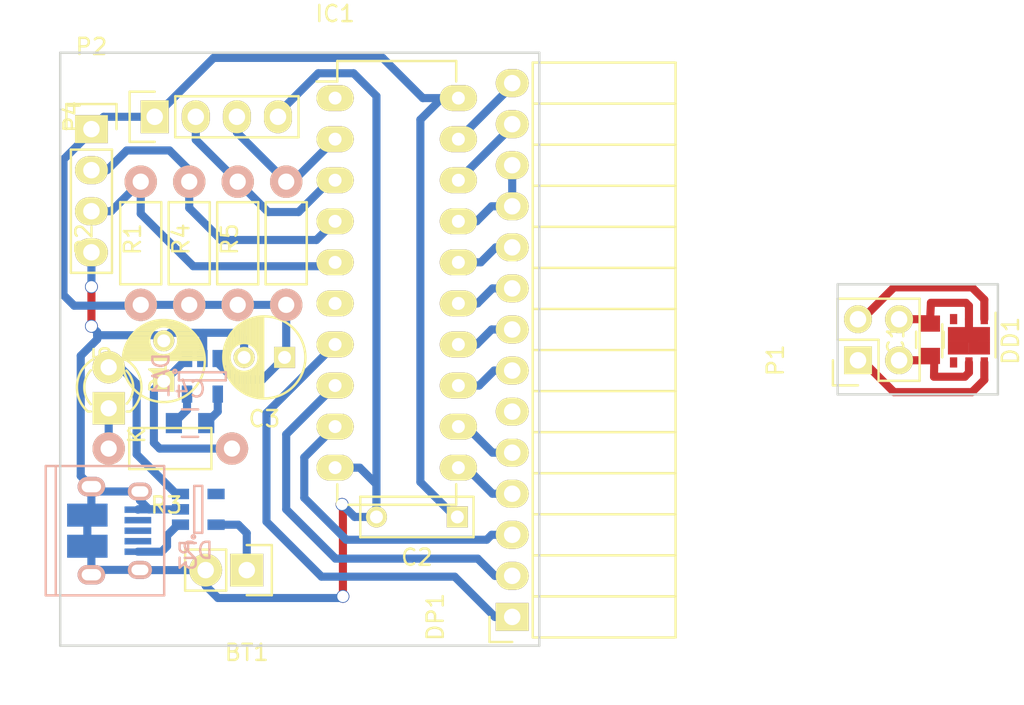
<source format=kicad_pcb>
(kicad_pcb (version 4) (host pcbnew 4.0.2+e4-6225~38~ubuntu15.10.1-stable)

  (general
    (links 59)
    (no_connects 3)
    (area 122.098999 79.884199 180.211801 116.711801)
    (thickness 1.6)
    (drawings 10)
    (tracks 208)
    (zones 0)
    (modules 21)
    (nets 30)
  )

  (page A4)
  (layers
    (0 F.Cu signal)
    (31 B.Cu signal)
    (32 B.Adhes user)
    (33 F.Adhes user)
    (34 B.Paste user)
    (35 F.Paste user)
    (36 B.SilkS user)
    (37 F.SilkS user)
    (38 B.Mask user)
    (39 F.Mask user)
    (40 Dwgs.User user)
    (41 Cmts.User user)
    (42 Eco1.User user)
    (43 Eco2.User user)
    (44 Edge.Cuts user)
    (45 Margin user)
    (46 B.CrtYd user)
    (47 F.CrtYd user)
    (48 B.Fab user)
    (49 F.Fab user)
  )

  (setup
    (last_trace_width 0.5)
    (trace_clearance 0.45)
    (zone_clearance 0.508)
    (zone_45_only no)
    (trace_min 0.2)
    (segment_width 0.2)
    (edge_width 0.15)
    (via_size 0.8)
    (via_drill 0.7)
    (via_min_size 0.4)
    (via_min_drill 0.3)
    (uvia_size 0.6)
    (uvia_drill 0.5)
    (uvias_allowed no)
    (uvia_min_size 0.2)
    (uvia_min_drill 0.1)
    (pcb_text_width 0.3)
    (pcb_text_size 1.5 1.5)
    (mod_edge_width 0.15)
    (mod_text_size 1 1)
    (mod_text_width 0.15)
    (pad_size 1.524 1.524)
    (pad_drill 0.762)
    (pad_to_mask_clearance 0.2)
    (aux_axis_origin 0 0)
    (visible_elements FFFFFF7F)
    (pcbplotparams
      (layerselection 0x00030_80000001)
      (usegerberextensions false)
      (excludeedgelayer true)
      (linewidth 0.100000)
      (plotframeref false)
      (viasonmask false)
      (mode 1)
      (useauxorigin false)
      (hpglpennumber 1)
      (hpglpenspeed 20)
      (hpglpendiameter 15)
      (hpglpenoverlay 2)
      (psnegative false)
      (psa4output false)
      (plotreference true)
      (plotvalue true)
      (plotinvisibletext false)
      (padsonsilk false)
      (subtractmaskfromsilk false)
      (outputformat 1)
      (mirror false)
      (drillshape 1)
      (scaleselection 1)
      (outputdirectory ""))
  )

  (net 0 "")
  (net 1 GND)
  (net 2 "Net-(DD1-Pad1)")
  (net 3 NC)
  (net 4 VDD)
  (net 5 "Net-(DD1-Pad6)")
  (net 6 "Net-(BT1-Pad1)")
  (net 7 GNDPWR)
  (net 8 "Net-(DP1-Pad1)")
  (net 9 "Net-(DP1-Pad2)")
  (net 10 "Net-(DP1-Pad3)")
  (net 11 "Net-(DP1-Pad4)")
  (net 12 "Net-(DP1-Pad5)")
  (net 13 "Net-(DP1-Pad7)")
  (net 14 "Net-(DP1-Pad8)")
  (net 15 "Net-(DP1-Pad9)")
  (net 16 "Net-(DP1-Pad10)")
  (net 17 "Net-(DP1-Pad13)")
  (net 18 "Net-(DP1-Pad14)")
  (net 19 "Net-(IC1-Pad4)")
  (net 20 "Net-(IC1-Pad5)")
  (net 21 "Net-(D1-Pad1)")
  (net 22 "Net-(D1-Pad2)")
  (net 23 "Net-(D2-Pad1)")
  (net 24 "Net-(DP1-Pad11)")
  (net 25 VCC)
  (net 26 "Net-(IC1-Pad2)")
  (net 27 "Net-(IC1-Pad3)")
  (net 28 "Net-(C4-Pad1)")
  (net 29 "Net-(C4-Pad2)")

  (net_class Default "Это класс цепей по умолчанию."
    (clearance 0.45)
    (trace_width 0.5)
    (via_dia 0.8)
    (via_drill 0.7)
    (uvia_dia 0.6)
    (uvia_drill 0.5)
    (add_net GND)
    (add_net GNDPWR)
    (add_net NC)
    (add_net "Net-(BT1-Pad1)")
    (add_net "Net-(C4-Pad1)")
    (add_net "Net-(C4-Pad2)")
    (add_net "Net-(D1-Pad1)")
    (add_net "Net-(D1-Pad2)")
    (add_net "Net-(D2-Pad1)")
    (add_net "Net-(DD1-Pad1)")
    (add_net "Net-(DD1-Pad6)")
    (add_net "Net-(DP1-Pad1)")
    (add_net "Net-(DP1-Pad10)")
    (add_net "Net-(DP1-Pad11)")
    (add_net "Net-(DP1-Pad13)")
    (add_net "Net-(DP1-Pad14)")
    (add_net "Net-(DP1-Pad2)")
    (add_net "Net-(DP1-Pad3)")
    (add_net "Net-(DP1-Pad4)")
    (add_net "Net-(DP1-Pad5)")
    (add_net "Net-(DP1-Pad7)")
    (add_net "Net-(DP1-Pad8)")
    (add_net "Net-(DP1-Pad9)")
    (add_net "Net-(IC1-Pad2)")
    (add_net "Net-(IC1-Pad3)")
    (add_net "Net-(IC1-Pad4)")
    (add_net "Net-(IC1-Pad5)")
    (add_net VCC)
    (add_net VDD)
  )

  (module Housings_DIP:DIP-20_W7.62mm_LongPads (layer F.Cu) (tedit 54130A77) (tstamp 57E3A585)
    (at 139.1666 82.7659)
    (descr "20-lead dip package, row spacing 7.62 mm (300 mils), longer pads")
    (tags "dil dip 2.54 300")
    (path /57E393E6)
    (fp_text reference IC1 (at 0 -5.22) (layer F.SilkS)
      (effects (font (size 1 1) (thickness 0.15)))
    )
    (fp_text value ATTINY2313A-P (at 0 -3.72) (layer F.Fab)
      (effects (font (size 1 1) (thickness 0.15)))
    )
    (fp_line (start -1.4 -2.45) (end -1.4 25.35) (layer F.CrtYd) (width 0.05))
    (fp_line (start 9 -2.45) (end 9 25.35) (layer F.CrtYd) (width 0.05))
    (fp_line (start -1.4 -2.45) (end 9 -2.45) (layer F.CrtYd) (width 0.05))
    (fp_line (start -1.4 25.35) (end 9 25.35) (layer F.CrtYd) (width 0.05))
    (fp_line (start 0.135 -2.295) (end 0.135 -1.025) (layer F.SilkS) (width 0.15))
    (fp_line (start 7.485 -2.295) (end 7.485 -1.025) (layer F.SilkS) (width 0.15))
    (fp_line (start 7.485 25.155) (end 7.485 23.885) (layer F.SilkS) (width 0.15))
    (fp_line (start 0.135 25.155) (end 0.135 23.885) (layer F.SilkS) (width 0.15))
    (fp_line (start 0.135 -2.295) (end 7.485 -2.295) (layer F.SilkS) (width 0.15))
    (fp_line (start 0.135 25.155) (end 7.485 25.155) (layer F.SilkS) (width 0.15))
    (fp_line (start 0.135 -1.025) (end -1.15 -1.025) (layer F.SilkS) (width 0.15))
    (pad 1 thru_hole oval (at 0 0) (size 2.3 1.6) (drill 0.8) (layers *.Cu *.Mask F.SilkS))
    (pad 2 thru_hole oval (at 0 2.54) (size 2.3 1.6) (drill 0.8) (layers *.Cu *.Mask F.SilkS)
      (net 26 "Net-(IC1-Pad2)"))
    (pad 3 thru_hole oval (at 0 5.08) (size 2.3 1.6) (drill 0.8) (layers *.Cu *.Mask F.SilkS)
      (net 27 "Net-(IC1-Pad3)"))
    (pad 4 thru_hole oval (at 0 7.62) (size 2.3 1.6) (drill 0.8) (layers *.Cu *.Mask F.SilkS)
      (net 19 "Net-(IC1-Pad4)"))
    (pad 5 thru_hole oval (at 0 10.16) (size 2.3 1.6) (drill 0.8) (layers *.Cu *.Mask F.SilkS)
      (net 20 "Net-(IC1-Pad5)"))
    (pad 6 thru_hole oval (at 0 12.7) (size 2.3 1.6) (drill 0.8) (layers *.Cu *.Mask F.SilkS))
    (pad 7 thru_hole oval (at 0 15.24) (size 2.3 1.6) (drill 0.8) (layers *.Cu *.Mask F.SilkS)
      (net 8 "Net-(DP1-Pad1)"))
    (pad 8 thru_hole oval (at 0 17.78) (size 2.3 1.6) (drill 0.8) (layers *.Cu *.Mask F.SilkS)
      (net 9 "Net-(DP1-Pad2)"))
    (pad 9 thru_hole oval (at 0 20.32) (size 2.3 1.6) (drill 0.8) (layers *.Cu *.Mask F.SilkS)
      (net 10 "Net-(DP1-Pad3)"))
    (pad 10 thru_hole oval (at 0 22.86) (size 2.3 1.6) (drill 0.8) (layers *.Cu *.Mask F.SilkS)
      (net 7 GNDPWR))
    (pad 11 thru_hole oval (at 7.62 22.86) (size 2.3 1.6) (drill 0.8) (layers *.Cu *.Mask F.SilkS)
      (net 11 "Net-(DP1-Pad4)"))
    (pad 12 thru_hole oval (at 7.62 20.32) (size 2.3 1.6) (drill 0.8) (layers *.Cu *.Mask F.SilkS)
      (net 12 "Net-(DP1-Pad5)"))
    (pad 13 thru_hole oval (at 7.62 17.78) (size 2.3 1.6) (drill 0.8) (layers *.Cu *.Mask F.SilkS)
      (net 13 "Net-(DP1-Pad7)"))
    (pad 14 thru_hole oval (at 7.62 15.24) (size 2.3 1.6) (drill 0.8) (layers *.Cu *.Mask F.SilkS)
      (net 14 "Net-(DP1-Pad8)"))
    (pad 15 thru_hole oval (at 7.62 12.7) (size 2.3 1.6) (drill 0.8) (layers *.Cu *.Mask F.SilkS)
      (net 15 "Net-(DP1-Pad9)"))
    (pad 16 thru_hole oval (at 7.62 10.16) (size 2.3 1.6) (drill 0.8) (layers *.Cu *.Mask F.SilkS)
      (net 16 "Net-(DP1-Pad10)"))
    (pad 17 thru_hole oval (at 7.62 7.62) (size 2.3 1.6) (drill 0.8) (layers *.Cu *.Mask F.SilkS)
      (net 24 "Net-(DP1-Pad11)"))
    (pad 18 thru_hole oval (at 7.62 5.08) (size 2.3 1.6) (drill 0.8) (layers *.Cu *.Mask F.SilkS)
      (net 17 "Net-(DP1-Pad13)"))
    (pad 19 thru_hole oval (at 7.62 2.54) (size 2.3 1.6) (drill 0.8) (layers *.Cu *.Mask F.SilkS)
      (net 18 "Net-(DP1-Pad14)"))
    (pad 20 thru_hole oval (at 7.62 0) (size 2.3 1.6) (drill 0.8) (layers *.Cu *.Mask F.SilkS)
      (net 4 VDD))
    (model Housings_DIP.3dshapes/DIP-20_W7.62mm_LongPads.wrl
      (at (xyz 0 0 0))
      (scale (xyz 1 1 1))
      (rotate (xyz 0 0 0))
    )
  )

  (module Resistors_ThroughHole:Resistor_Horizontal_RM7mm (layer F.Cu) (tedit 569FCF07) (tstamp 57ECFF05)
    (at 127.1524 95.5548 90)
    (descr "Resistor, Axial,  RM 7.62mm, 1/3W,")
    (tags "Resistor Axial RM 7.62mm 1/3W R3")
    (path /57D7C6AC)
    (fp_text reference R2 (at 4.05892 -3.50012 90) (layer F.SilkS)
      (effects (font (size 1 1) (thickness 0.15)))
    )
    (fp_text value 10k (at 3.81 3.81 90) (layer F.Fab)
      (effects (font (size 1 1) (thickness 0.15)))
    )
    (fp_line (start -1.25 -1.5) (end 8.85 -1.5) (layer F.CrtYd) (width 0.05))
    (fp_line (start -1.25 1.5) (end -1.25 -1.5) (layer F.CrtYd) (width 0.05))
    (fp_line (start 8.85 -1.5) (end 8.85 1.5) (layer F.CrtYd) (width 0.05))
    (fp_line (start -1.25 1.5) (end 8.85 1.5) (layer F.CrtYd) (width 0.05))
    (fp_line (start 1.27 -1.27) (end 6.35 -1.27) (layer F.SilkS) (width 0.15))
    (fp_line (start 6.35 -1.27) (end 6.35 1.27) (layer F.SilkS) (width 0.15))
    (fp_line (start 6.35 1.27) (end 1.27 1.27) (layer F.SilkS) (width 0.15))
    (fp_line (start 1.27 1.27) (end 1.27 -1.27) (layer F.SilkS) (width 0.15))
    (pad 1 thru_hole circle (at 0 0 90) (size 1.99898 1.99898) (drill 1.00076) (layers *.Cu *.SilkS *.Mask)
      (net 4 VDD))
    (pad 2 thru_hole circle (at 7.62 0 90) (size 1.99898 1.99898) (drill 1.00076) (layers *.Cu *.SilkS *.Mask)
      (net 20 "Net-(IC1-Pad5)"))
  )

  (module Connect:USB_Micro-B_10103594-0001LF (layer B.Cu) (tedit 560290CC) (tstamp 57EA34B6)
    (at 125.476 109.5248 90)
    (descr "Micro USB Type B 10103594-0001LF")
    (tags "USB USB_B USB_micro USB_OTG")
    (path /57EA5885)
    (attr smd)
    (fp_text reference P3 (at -1.5 4.625 90) (layer B.SilkS)
      (effects (font (size 1 1) (thickness 0.15)) (justify mirror))
    )
    (fp_text value CONN_5 (at 0 -6.175 90) (layer B.Fab)
      (effects (font (size 1 1) (thickness 0.15)) (justify mirror))
    )
    (fp_line (start -4.25 3.4) (end 4.25 3.4) (layer B.CrtYd) (width 0.05))
    (fp_line (start 4.25 3.4) (end 4.25 -4.45) (layer B.CrtYd) (width 0.05))
    (fp_line (start 4.25 -4.45) (end -4.25 -4.45) (layer B.CrtYd) (width 0.05))
    (fp_line (start -4.25 -4.45) (end -4.25 3.4) (layer B.CrtYd) (width 0.05))
    (fp_line (start -4 -4.195) (end 4 -4.195) (layer B.SilkS) (width 0.15))
    (fp_line (start -4 3.125) (end 4 3.125) (layer B.SilkS) (width 0.15))
    (fp_line (start 4 3.125) (end 4 -4.195) (layer B.SilkS) (width 0.15))
    (fp_line (start 4 -3.575) (end -4 -3.575) (layer B.SilkS) (width 0.15))
    (fp_line (start -4 -4.195) (end -4 3.125) (layer B.SilkS) (width 0.15))
    (pad 1 smd rect (at -1.3 1.5) (size 1.65 0.4) (layers B.Cu B.Paste B.Mask)
      (net 23 "Net-(D2-Pad1)"))
    (pad 2 smd rect (at -0.65 1.5) (size 1.65 0.4) (layers B.Cu B.Paste B.Mask))
    (pad 3 smd rect (at -0.0009 1.5) (size 1.65 0.4) (layers B.Cu B.Paste B.Mask))
    (pad 4 smd rect (at 0.65 1.5) (size 1.65 0.4) (layers B.Cu B.Paste B.Mask))
    (pad 5 smd rect (at 1.3 1.5) (size 1.65 0.4) (layers B.Cu B.Paste B.Mask)
      (net 7 GNDPWR))
    (pad 6 thru_hole oval (at -2.425 1.625) (size 1.5 1.1) (drill oval 1.05 0.65) (layers *.Cu *.Mask B.SilkS))
    (pad 6 thru_hole oval (at 2.425 1.625) (size 1.5 1.1) (drill oval 1.05 0.65) (layers *.Cu *.Mask B.SilkS))
    (pad 6 thru_hole oval (at -2.725 -1.375) (size 1.7 1.2) (drill oval 1.2 0.7) (layers *.Cu *.Mask B.SilkS))
    (pad 6 thru_hole oval (at 2.725 -1.375) (size 1.7 1.2) (drill oval 1.2 0.7) (layers *.Cu *.Mask B.SilkS))
    (pad 6 smd rect (at -0.9625 -1.625) (size 2.5 1.425) (layers B.Cu B.Paste B.Mask))
    (pad 6 smd rect (at 0.9625 -1.625) (size 2.5 1.425) (layers B.Cu B.Paste B.Mask))
  )

  (module Socket_Strips:Socket_Strip_Straight_1x02 (layer F.Cu) (tedit 54E9F75E) (tstamp 57E3AC85)
    (at 133.7056 111.9632 180)
    (descr "Through hole socket strip")
    (tags "socket strip")
    (path /57E3DAA2)
    (fp_text reference BT1 (at 0 -5.1 180) (layer F.SilkS)
      (effects (font (size 1 1) (thickness 0.15)))
    )
    (fp_text value BATTERY (at 0 -3.1 180) (layer F.Fab)
      (effects (font (size 1 1) (thickness 0.15)))
    )
    (fp_line (start -1.55 1.55) (end 0 1.55) (layer F.SilkS) (width 0.15))
    (fp_line (start 3.81 1.27) (end 1.27 1.27) (layer F.SilkS) (width 0.15))
    (fp_line (start -1.75 -1.75) (end -1.75 1.75) (layer F.CrtYd) (width 0.05))
    (fp_line (start 4.3 -1.75) (end 4.3 1.75) (layer F.CrtYd) (width 0.05))
    (fp_line (start -1.75 -1.75) (end 4.3 -1.75) (layer F.CrtYd) (width 0.05))
    (fp_line (start -1.75 1.75) (end 4.3 1.75) (layer F.CrtYd) (width 0.05))
    (fp_line (start 1.27 1.27) (end 1.27 -1.27) (layer F.SilkS) (width 0.15))
    (fp_line (start 0 -1.55) (end -1.55 -1.55) (layer F.SilkS) (width 0.15))
    (fp_line (start -1.55 -1.55) (end -1.55 1.55) (layer F.SilkS) (width 0.15))
    (fp_line (start 1.27 -1.27) (end 3.81 -1.27) (layer F.SilkS) (width 0.15))
    (fp_line (start 3.81 -1.27) (end 3.81 1.27) (layer F.SilkS) (width 0.15))
    (pad 1 thru_hole rect (at 0 0 180) (size 2.032 2.032) (drill 1.016) (layers *.Cu *.Mask F.SilkS)
      (net 6 "Net-(BT1-Pad1)"))
    (pad 2 thru_hole oval (at 2.54 0 180) (size 2.032 2.032) (drill 1.016) (layers *.Cu *.Mask F.SilkS)
      (net 7 GNDPWR))
    (model Socket_Strips.3dshapes/Socket_Strip_Straight_1x02.wrl
      (at (xyz 0.05 0 0))
      (scale (xyz 1 1 1))
      (rotate (xyz 0 0 180))
    )
  )

  (module Capacitors_SMD:C_0805 (layer F.Cu) (tedit 5415D6EA) (tstamp 57D7C835)
    (at 175.9331 97.7138 90)
    (descr "Capacitor SMD 0805, reflow soldering, AVX (see smccp.pdf)")
    (tags "capacitor 0805")
    (path /57D7CDD0)
    (attr smd)
    (fp_text reference C1 (at 0 -2.1 90) (layer F.SilkS)
      (effects (font (size 1 1) (thickness 0.15)))
    )
    (fp_text value 0.1 (at 0 2.1 90) (layer F.Fab)
      (effects (font (size 1 1) (thickness 0.15)))
    )
    (fp_line (start -1.8 -1) (end 1.8 -1) (layer F.CrtYd) (width 0.05))
    (fp_line (start -1.8 1) (end 1.8 1) (layer F.CrtYd) (width 0.05))
    (fp_line (start -1.8 -1) (end -1.8 1) (layer F.CrtYd) (width 0.05))
    (fp_line (start 1.8 -1) (end 1.8 1) (layer F.CrtYd) (width 0.05))
    (fp_line (start 0.5 -0.85) (end -0.5 -0.85) (layer F.SilkS) (width 0.15))
    (fp_line (start -0.5 0.85) (end 0.5 0.85) (layer F.SilkS) (width 0.15))
    (pad 1 smd rect (at -1 0 90) (size 1 1.25) (layers F.Cu F.Paste F.Mask)
      (net 25 VCC))
    (pad 2 smd rect (at 1 0 90) (size 1 1.25) (layers F.Cu F.Paste F.Mask)
      (net 1 GND))
    (model Capacitors_SMD.3dshapes/C_0805.wrl
      (at (xyz 0 0 0))
      (scale (xyz 1 1 1))
      (rotate (xyz 0 0 0))
    )
  )

  (module Housings_DFN_QFN:DFN-6-1EP_3x3mm_Pitch0.95mm (layer F.Cu) (tedit 54130A77) (tstamp 57D7C843)
    (at 178.3461 97.7773 270)
    (descr "DFN6 3*3 MM, 0.95 PITCH; CASE 506AH-01 (see ON Semiconductor 506AH.PDF)")
    (tags "DFN 0.95")
    (path /57ECFA01)
    (attr smd)
    (fp_text reference DD1 (at 0 -2.575 270) (layer F.SilkS)
      (effects (font (size 1 1) (thickness 0.15)))
    )
    (fp_text value Si705x (at 0 2.575 270) (layer F.Fab)
      (effects (font (size 1 1) (thickness 0.15)))
    )
    (fp_line (start -1.9 -1.85) (end -1.9 1.85) (layer F.CrtYd) (width 0.05))
    (fp_line (start 1.9 -1.85) (end 1.9 1.85) (layer F.CrtYd) (width 0.05))
    (fp_line (start -1.9 -1.85) (end 1.9 -1.85) (layer F.CrtYd) (width 0.05))
    (fp_line (start -1.9 1.85) (end 1.9 1.85) (layer F.CrtYd) (width 0.05))
    (fp_line (start -1.025 1.65) (end 1.025 1.65) (layer F.SilkS) (width 0.15))
    (fp_line (start -1.73 -1.65) (end 1.025 -1.65) (layer F.SilkS) (width 0.15))
    (pad 1 smd rect (at -1.34 -0.95 270) (size 0.63 0.45) (layers F.Cu F.Paste F.Mask)
      (net 2 "Net-(DD1-Pad1)"))
    (pad 2 smd rect (at -1.34 0 270) (size 0.63 0.45) (layers F.Cu F.Paste F.Mask)
      (net 1 GND))
    (pad 3 smd rect (at -1.34 0.95 270) (size 0.63 0.45) (layers F.Cu F.Paste F.Mask)
      (net 3 NC))
    (pad 4 smd rect (at 1.34 0.95 270) (size 0.63 0.45) (layers F.Cu F.Paste F.Mask)
      (net 3 NC))
    (pad 5 smd rect (at 1.34 0 270) (size 0.63 0.45) (layers F.Cu F.Paste F.Mask)
      (net 25 VCC))
    (pad 6 smd rect (at 1.34 -0.95 270) (size 0.63 0.45) (layers F.Cu F.Paste F.Mask)
      (net 5 "Net-(DD1-Pad6)"))
    (pad 7 smd rect (at 0.425 0.65 270) (size 0.85 1.3) (layers F.Cu F.Paste F.Mask)
      (net 1 GND) (solder_paste_margin_ratio -0.2))
    (pad 7 smd rect (at 0.425 -0.65 270) (size 0.85 1.3) (layers F.Cu F.Paste F.Mask)
      (net 1 GND) (solder_paste_margin_ratio -0.2))
    (pad 7 smd rect (at -0.425 0.65 270) (size 0.85 1.3) (layers F.Cu F.Paste F.Mask)
      (net 1 GND) (solder_paste_margin_ratio -0.2))
    (pad 7 smd rect (at -0.425 -0.65 270) (size 0.85 1.3) (layers F.Cu F.Paste F.Mask)
      (net 1 GND) (solder_paste_margin_ratio -0.2))
    (model Housings_DFN_QFN.3dshapes/DFN-6-1EP_3x3mm_Pitch0.95mm.wrl
      (at (xyz 0 0 0))
      (scale (xyz 1 1 1))
      (rotate (xyz 0 0 0))
    )
  )

  (module Pin_Headers:Pin_Header_Straight_1x04 (layer F.Cu) (tedit 0) (tstamp 57E3A4BE)
    (at 124.1044 84.6836)
    (descr "Through hole pin header")
    (tags "pin header")
    (path /57E3D133)
    (fp_text reference P2 (at 0 -5.1) (layer F.SilkS)
      (effects (font (size 1 1) (thickness 0.15)))
    )
    (fp_text value CONN_4 (at 0 -3.1) (layer F.Fab)
      (effects (font (size 1 1) (thickness 0.15)))
    )
    (fp_line (start -1.75 -1.75) (end -1.75 9.4) (layer F.CrtYd) (width 0.05))
    (fp_line (start 1.75 -1.75) (end 1.75 9.4) (layer F.CrtYd) (width 0.05))
    (fp_line (start -1.75 -1.75) (end 1.75 -1.75) (layer F.CrtYd) (width 0.05))
    (fp_line (start -1.75 9.4) (end 1.75 9.4) (layer F.CrtYd) (width 0.05))
    (fp_line (start -1.27 1.27) (end -1.27 8.89) (layer F.SilkS) (width 0.15))
    (fp_line (start 1.27 1.27) (end 1.27 8.89) (layer F.SilkS) (width 0.15))
    (fp_line (start 1.55 -1.55) (end 1.55 0) (layer F.SilkS) (width 0.15))
    (fp_line (start -1.27 8.89) (end 1.27 8.89) (layer F.SilkS) (width 0.15))
    (fp_line (start 1.27 1.27) (end -1.27 1.27) (layer F.SilkS) (width 0.15))
    (fp_line (start -1.55 0) (end -1.55 -1.55) (layer F.SilkS) (width 0.15))
    (fp_line (start -1.55 -1.55) (end 1.55 -1.55) (layer F.SilkS) (width 0.15))
    (pad 1 thru_hole rect (at 0 0) (size 2.032 1.7272) (drill 1.016) (layers *.Cu *.Mask F.SilkS)
      (net 4 VDD))
    (pad 2 thru_hole oval (at 0 2.54) (size 2.032 1.7272) (drill 1.016) (layers *.Cu *.Mask F.SilkS)
      (net 19 "Net-(IC1-Pad4)"))
    (pad 3 thru_hole oval (at 0 5.08) (size 2.032 1.7272) (drill 1.016) (layers *.Cu *.Mask F.SilkS)
      (net 20 "Net-(IC1-Pad5)"))
    (pad 4 thru_hole oval (at 0 7.62) (size 2.032 1.7272) (drill 1.016) (layers *.Cu *.Mask F.SilkS)
      (net 7 GNDPWR))
    (model Pin_Headers.3dshapes/Pin_Header_Straight_1x04.wrl
      (at (xyz 0 -0.15 0))
      (scale (xyz 1 1 1))
      (rotate (xyz 0 0 90))
    )
  )

  (module Pin_Headers:Pin_Header_Straight_2x02 (layer F.Cu) (tedit 0) (tstamp 57E3C259)
    (at 171.4881 98.9838 90)
    (descr "Through hole pin header")
    (tags "pin header")
    (path /57D7C3A1)
    (fp_text reference P1 (at 0 -5.1 90) (layer F.SilkS)
      (effects (font (size 1 1) (thickness 0.15)))
    )
    (fp_text value CONN_4 (at 0 -3.1 90) (layer F.Fab)
      (effects (font (size 1 1) (thickness 0.15)))
    )
    (fp_line (start -1.75 -1.75) (end -1.75 4.3) (layer F.CrtYd) (width 0.05))
    (fp_line (start 4.3 -1.75) (end 4.3 4.3) (layer F.CrtYd) (width 0.05))
    (fp_line (start -1.75 -1.75) (end 4.3 -1.75) (layer F.CrtYd) (width 0.05))
    (fp_line (start -1.75 4.3) (end 4.3 4.3) (layer F.CrtYd) (width 0.05))
    (fp_line (start -1.55 0) (end -1.55 -1.55) (layer F.SilkS) (width 0.15))
    (fp_line (start 0 -1.55) (end -1.55 -1.55) (layer F.SilkS) (width 0.15))
    (fp_line (start -1.27 1.27) (end 1.27 1.27) (layer F.SilkS) (width 0.15))
    (fp_line (start 1.27 1.27) (end 1.27 -1.27) (layer F.SilkS) (width 0.15))
    (fp_line (start 1.27 -1.27) (end 3.81 -1.27) (layer F.SilkS) (width 0.15))
    (fp_line (start 3.81 -1.27) (end 3.81 3.81) (layer F.SilkS) (width 0.15))
    (fp_line (start 3.81 3.81) (end -1.27 3.81) (layer F.SilkS) (width 0.15))
    (fp_line (start -1.27 3.81) (end -1.27 1.27) (layer F.SilkS) (width 0.15))
    (pad 1 thru_hole rect (at 0 0 90) (size 1.7272 1.7272) (drill 1.016) (layers *.Cu *.Mask F.SilkS)
      (net 5 "Net-(DD1-Pad6)"))
    (pad 2 thru_hole oval (at 2.54 0 90) (size 1.7272 1.7272) (drill 1.016) (layers *.Cu *.Mask F.SilkS)
      (net 2 "Net-(DD1-Pad1)"))
    (pad 3 thru_hole oval (at 0 2.54 90) (size 1.7272 1.7272) (drill 1.016) (layers *.Cu *.Mask F.SilkS)
      (net 25 VCC))
    (pad 4 thru_hole oval (at 2.54 2.54 90) (size 1.7272 1.7272) (drill 1.016) (layers *.Cu *.Mask F.SilkS)
      (net 1 GND))
    (model Pin_Headers.3dshapes/Pin_Header_Straight_2x02.wrl
      (at (xyz 0.05 -0.05 0))
      (scale (xyz 1 1 1))
      (rotate (xyz 0 0 90))
    )
  )

  (module LEDs:LED-3MM (layer F.Cu) (tedit 559B82F6) (tstamp 57EA348B)
    (at 125.1712 101.9556 90)
    (descr "LED 3mm round vertical")
    (tags "LED  3mm round vertical")
    (path /57EA518E)
    (fp_text reference D1 (at 1.91 3.06 90) (layer F.SilkS)
      (effects (font (size 1 1) (thickness 0.15)))
    )
    (fp_text value LED (at 1.3 -2.9 90) (layer F.Fab)
      (effects (font (size 1 1) (thickness 0.15)))
    )
    (fp_line (start -1.2 2.3) (end 3.8 2.3) (layer F.CrtYd) (width 0.05))
    (fp_line (start 3.8 2.3) (end 3.8 -2.2) (layer F.CrtYd) (width 0.05))
    (fp_line (start 3.8 -2.2) (end -1.2 -2.2) (layer F.CrtYd) (width 0.05))
    (fp_line (start -1.2 -2.2) (end -1.2 2.3) (layer F.CrtYd) (width 0.05))
    (fp_line (start -0.199 1.314) (end -0.199 1.114) (layer F.SilkS) (width 0.15))
    (fp_line (start -0.199 -1.28) (end -0.199 -1.1) (layer F.SilkS) (width 0.15))
    (fp_arc (start 1.301 0.034) (end -0.199 -1.286) (angle 108.5) (layer F.SilkS) (width 0.15))
    (fp_arc (start 1.301 0.034) (end 0.25 -1.1) (angle 85.7) (layer F.SilkS) (width 0.15))
    (fp_arc (start 1.311 0.034) (end 3.051 0.994) (angle 110) (layer F.SilkS) (width 0.15))
    (fp_arc (start 1.301 0.034) (end 2.335 1.094) (angle 87.5) (layer F.SilkS) (width 0.15))
    (fp_text user K (at -1.69 1.74 90) (layer F.SilkS)
      (effects (font (size 1 1) (thickness 0.15)))
    )
    (pad 1 thru_hole rect (at 0 0 180) (size 2 2) (drill 1.00076) (layers *.Cu *.Mask F.SilkS)
      (net 21 "Net-(D1-Pad1)"))
    (pad 2 thru_hole circle (at 2.54 0 90) (size 2 2) (drill 1.00076) (layers *.Cu *.Mask F.SilkS)
      (net 22 "Net-(D1-Pad2)"))
    (model LEDs.3dshapes/LED-3MM.wrl
      (at (xyz 0.05 0 0))
      (scale (xyz 1 1 1))
      (rotate (xyz 0 0 90))
    )
  )

  (module TO_SOT_Packages_SMD:SOT-23-5 (layer B.Cu) (tedit 55360473) (tstamp 57EA3494)
    (at 130.7084 108.204)
    (descr "5-pin SOT23 package")
    (tags SOT-23-5)
    (path /57EA5021)
    (attr smd)
    (fp_text reference D2 (at -0.05 2.55) (layer B.SilkS)
      (effects (font (size 1 1) (thickness 0.15)) (justify mirror))
    )
    (fp_text value max1555 (at -0.05 -2.35) (layer B.Fab)
      (effects (font (size 1 1) (thickness 0.15)) (justify mirror))
    )
    (fp_line (start -1.8 1.6) (end 1.8 1.6) (layer B.CrtYd) (width 0.05))
    (fp_line (start 1.8 1.6) (end 1.8 -1.6) (layer B.CrtYd) (width 0.05))
    (fp_line (start 1.8 -1.6) (end -1.8 -1.6) (layer B.CrtYd) (width 0.05))
    (fp_line (start -1.8 -1.6) (end -1.8 1.6) (layer B.CrtYd) (width 0.05))
    (fp_circle (center -0.3 1.7) (end -0.2 1.7) (layer B.SilkS) (width 0.15))
    (fp_line (start 0.25 1.45) (end -0.25 1.45) (layer B.SilkS) (width 0.15))
    (fp_line (start 0.25 -1.45) (end 0.25 1.45) (layer B.SilkS) (width 0.15))
    (fp_line (start -0.25 -1.45) (end 0.25 -1.45) (layer B.SilkS) (width 0.15))
    (fp_line (start -0.25 1.45) (end -0.25 -1.45) (layer B.SilkS) (width 0.15))
    (pad 1 smd rect (at -1.1 0.95) (size 1.06 0.65) (layers B.Cu B.Paste B.Mask)
      (net 23 "Net-(D2-Pad1)"))
    (pad 2 smd rect (at -1.1 0) (size 1.06 0.65) (layers B.Cu B.Paste B.Mask)
      (net 7 GNDPWR))
    (pad 3 smd rect (at -1.1 -0.95) (size 1.06 0.65) (layers B.Cu B.Paste B.Mask)
      (net 22 "Net-(D1-Pad2)"))
    (pad 4 smd rect (at 1.1 -0.95) (size 1.06 0.65) (layers B.Cu B.Paste B.Mask))
    (pad 5 smd rect (at 1.1 0.95) (size 1.06 0.65) (layers B.Cu B.Paste B.Mask)
      (net 6 "Net-(BT1-Pad1)"))
    (model TO_SOT_Packages_SMD.3dshapes/SOT-23-5.wrl
      (at (xyz 0 0 0))
      (scale (xyz 1 1 1))
      (rotate (xyz 0 0 0))
    )
  )

  (module Socket_Strips:Socket_Strip_Angled_1x14 (layer F.Cu) (tedit 0) (tstamp 57ECDA69)
    (at 150.114 114.8588 90)
    (descr "Through hole socket strip")
    (tags "socket strip")
    (path /57ECDCF2)
    (fp_text reference DP1 (at 0 -4.75 90) (layer F.SilkS)
      (effects (font (size 1 1) (thickness 0.15)))
    )
    (fp_text value LCD_Display_5 (at 0 -2.75 90) (layer F.Fab)
      (effects (font (size 1 1) (thickness 0.15)))
    )
    (fp_line (start -1.75 -1.5) (end -1.75 10.6) (layer F.CrtYd) (width 0.05))
    (fp_line (start 34.8 -1.5) (end 34.8 10.6) (layer F.CrtYd) (width 0.05))
    (fp_line (start -1.75 -1.5) (end 34.8 -1.5) (layer F.CrtYd) (width 0.05))
    (fp_line (start -1.75 10.6) (end 34.8 10.6) (layer F.CrtYd) (width 0.05))
    (fp_line (start 13.97 1.27) (end 16.51 1.27) (layer F.SilkS) (width 0.15))
    (fp_line (start 13.97 10.1) (end 16.51 10.1) (layer F.SilkS) (width 0.15))
    (fp_line (start 16.51 10.1) (end 16.51 1.27) (layer F.SilkS) (width 0.15))
    (fp_line (start 19.05 10.1) (end 19.05 1.27) (layer F.SilkS) (width 0.15))
    (fp_line (start 16.51 10.1) (end 19.05 10.1) (layer F.SilkS) (width 0.15))
    (fp_line (start 16.51 1.27) (end 19.05 1.27) (layer F.SilkS) (width 0.15))
    (fp_line (start 19.05 1.27) (end 21.59 1.27) (layer F.SilkS) (width 0.15))
    (fp_line (start 19.05 10.1) (end 21.59 10.1) (layer F.SilkS) (width 0.15))
    (fp_line (start 21.59 10.1) (end 21.59 1.27) (layer F.SilkS) (width 0.15))
    (fp_line (start 21.59 1.27) (end 24.13 1.27) (layer F.SilkS) (width 0.15))
    (fp_line (start 21.59 10.1) (end 24.13 10.1) (layer F.SilkS) (width 0.15))
    (fp_line (start 24.13 10.1) (end 24.13 1.27) (layer F.SilkS) (width 0.15))
    (fp_line (start 26.67 10.1) (end 26.67 1.27) (layer F.SilkS) (width 0.15))
    (fp_line (start 24.13 10.1) (end 26.67 10.1) (layer F.SilkS) (width 0.15))
    (fp_line (start 24.13 1.27) (end 26.67 1.27) (layer F.SilkS) (width 0.15))
    (fp_line (start 26.67 1.27) (end 29.21 1.27) (layer F.SilkS) (width 0.15))
    (fp_line (start 26.67 10.1) (end 29.21 10.1) (layer F.SilkS) (width 0.15))
    (fp_line (start 29.21 10.1) (end 29.21 1.27) (layer F.SilkS) (width 0.15))
    (fp_line (start 31.75 10.1) (end 31.75 1.27) (layer F.SilkS) (width 0.15))
    (fp_line (start 29.21 10.1) (end 31.75 10.1) (layer F.SilkS) (width 0.15))
    (fp_line (start 29.21 1.27) (end 31.75 1.27) (layer F.SilkS) (width 0.15))
    (fp_line (start 31.75 1.27) (end 34.29 1.27) (layer F.SilkS) (width 0.15))
    (fp_line (start 31.75 10.1) (end 34.29 10.1) (layer F.SilkS) (width 0.15))
    (fp_line (start 34.29 10.1) (end 34.29 1.27) (layer F.SilkS) (width 0.15))
    (fp_line (start 13.97 10.1) (end 13.97 1.27) (layer F.SilkS) (width 0.15))
    (fp_line (start 11.43 10.1) (end 13.97 10.1) (layer F.SilkS) (width 0.15))
    (fp_line (start 11.43 1.27) (end 13.97 1.27) (layer F.SilkS) (width 0.15))
    (fp_line (start 8.89 1.27) (end 11.43 1.27) (layer F.SilkS) (width 0.15))
    (fp_line (start 8.89 10.1) (end 11.43 10.1) (layer F.SilkS) (width 0.15))
    (fp_line (start 11.43 10.1) (end 11.43 1.27) (layer F.SilkS) (width 0.15))
    (fp_line (start 8.89 10.1) (end 8.89 1.27) (layer F.SilkS) (width 0.15))
    (fp_line (start 6.35 10.1) (end 8.89 10.1) (layer F.SilkS) (width 0.15))
    (fp_line (start 6.35 1.27) (end 8.89 1.27) (layer F.SilkS) (width 0.15))
    (fp_line (start 3.81 1.27) (end 6.35 1.27) (layer F.SilkS) (width 0.15))
    (fp_line (start 3.81 10.1) (end 6.35 10.1) (layer F.SilkS) (width 0.15))
    (fp_line (start 6.35 10.1) (end 6.35 1.27) (layer F.SilkS) (width 0.15))
    (fp_line (start 3.81 10.1) (end 3.81 1.27) (layer F.SilkS) (width 0.15))
    (fp_line (start 1.27 10.1) (end 3.81 10.1) (layer F.SilkS) (width 0.15))
    (fp_line (start 1.27 1.27) (end 1.27 10.1) (layer F.SilkS) (width 0.15))
    (fp_line (start 1.27 1.27) (end 3.81 1.27) (layer F.SilkS) (width 0.15))
    (fp_line (start -1.27 1.27) (end 1.27 1.27) (layer F.SilkS) (width 0.15))
    (fp_line (start 0 -1.4) (end -1.55 -1.4) (layer F.SilkS) (width 0.15))
    (fp_line (start -1.55 -1.4) (end -1.55 0) (layer F.SilkS) (width 0.15))
    (fp_line (start -1.27 1.27) (end -1.27 10.1) (layer F.SilkS) (width 0.15))
    (fp_line (start -1.27 10.1) (end 1.27 10.1) (layer F.SilkS) (width 0.15))
    (fp_line (start 1.27 10.1) (end 1.27 1.27) (layer F.SilkS) (width 0.15))
    (pad 1 thru_hole rect (at 0 0 90) (size 1.7272 2.032) (drill 1.016) (layers *.Cu *.Mask F.SilkS)
      (net 8 "Net-(DP1-Pad1)"))
    (pad 2 thru_hole oval (at 2.54 0 90) (size 1.7272 2.032) (drill 1.016) (layers *.Cu *.Mask F.SilkS)
      (net 9 "Net-(DP1-Pad2)"))
    (pad 3 thru_hole oval (at 5.08 0 90) (size 1.7272 2.032) (drill 1.016) (layers *.Cu *.Mask F.SilkS)
      (net 10 "Net-(DP1-Pad3)"))
    (pad 4 thru_hole oval (at 7.62 0 90) (size 1.7272 2.032) (drill 1.016) (layers *.Cu *.Mask F.SilkS)
      (net 11 "Net-(DP1-Pad4)"))
    (pad 5 thru_hole oval (at 10.16 0 90) (size 1.7272 2.032) (drill 1.016) (layers *.Cu *.Mask F.SilkS)
      (net 12 "Net-(DP1-Pad5)"))
    (pad 6 thru_hole oval (at 12.7 0 90) (size 1.7272 2.032) (drill 1.016) (layers *.Cu *.Mask F.SilkS))
    (pad 7 thru_hole oval (at 15.24 0 90) (size 1.7272 2.032) (drill 1.016) (layers *.Cu *.Mask F.SilkS)
      (net 13 "Net-(DP1-Pad7)"))
    (pad 8 thru_hole oval (at 17.78 0 90) (size 1.7272 2.032) (drill 1.016) (layers *.Cu *.Mask F.SilkS)
      (net 14 "Net-(DP1-Pad8)"))
    (pad 9 thru_hole oval (at 20.32 0 90) (size 1.7272 2.032) (drill 1.016) (layers *.Cu *.Mask F.SilkS)
      (net 15 "Net-(DP1-Pad9)"))
    (pad 10 thru_hole oval (at 22.86 0 90) (size 1.7272 2.032) (drill 1.016) (layers *.Cu *.Mask F.SilkS)
      (net 16 "Net-(DP1-Pad10)"))
    (pad 11 thru_hole oval (at 25.4 0 90) (size 1.7272 2.032) (drill 1.016) (layers *.Cu *.Mask F.SilkS)
      (net 24 "Net-(DP1-Pad11)"))
    (pad 12 thru_hole oval (at 27.94 0 90) (size 1.7272 2.032) (drill 1.016) (layers *.Cu *.Mask F.SilkS)
      (net 24 "Net-(DP1-Pad11)"))
    (pad 13 thru_hole oval (at 30.48 0 90) (size 1.7272 2.032) (drill 1.016) (layers *.Cu *.Mask F.SilkS)
      (net 17 "Net-(DP1-Pad13)"))
    (pad 14 thru_hole oval (at 33.02 0 90) (size 1.7272 2.032) (drill 1.016) (layers *.Cu *.Mask F.SilkS)
      (net 18 "Net-(DP1-Pad14)"))
    (model Socket_Strips.3dshapes/Socket_Strip_Angled_1x14.wrl
      (at (xyz 0.65 0 0))
      (scale (xyz 1 1 1))
      (rotate (xyz 0 0 180))
    )
  )

  (module Pin_Headers:Pin_Header_Straight_1x04 (layer F.Cu) (tedit 0) (tstamp 57ECE33F)
    (at 128.016 83.9216 90)
    (descr "Through hole pin header")
    (tags "pin header")
    (path /57ECF258)
    (fp_text reference P4 (at 0 -5.1 90) (layer F.SilkS)
      (effects (font (size 1 1) (thickness 0.15)))
    )
    (fp_text value CONN_4 (at 0 -3.1 90) (layer F.Fab)
      (effects (font (size 1 1) (thickness 0.15)))
    )
    (fp_line (start -1.75 -1.75) (end -1.75 9.4) (layer F.CrtYd) (width 0.05))
    (fp_line (start 1.75 -1.75) (end 1.75 9.4) (layer F.CrtYd) (width 0.05))
    (fp_line (start -1.75 -1.75) (end 1.75 -1.75) (layer F.CrtYd) (width 0.05))
    (fp_line (start -1.75 9.4) (end 1.75 9.4) (layer F.CrtYd) (width 0.05))
    (fp_line (start -1.27 1.27) (end -1.27 8.89) (layer F.SilkS) (width 0.15))
    (fp_line (start 1.27 1.27) (end 1.27 8.89) (layer F.SilkS) (width 0.15))
    (fp_line (start 1.55 -1.55) (end 1.55 0) (layer F.SilkS) (width 0.15))
    (fp_line (start -1.27 8.89) (end 1.27 8.89) (layer F.SilkS) (width 0.15))
    (fp_line (start 1.27 1.27) (end -1.27 1.27) (layer F.SilkS) (width 0.15))
    (fp_line (start -1.55 0) (end -1.55 -1.55) (layer F.SilkS) (width 0.15))
    (fp_line (start -1.55 -1.55) (end 1.55 -1.55) (layer F.SilkS) (width 0.15))
    (pad 1 thru_hole rect (at 0 0 90) (size 2.032 1.7272) (drill 1.016) (layers *.Cu *.Mask F.SilkS)
      (net 4 VDD))
    (pad 2 thru_hole oval (at 0 2.54 90) (size 2.032 1.7272) (drill 1.016) (layers *.Cu *.Mask F.SilkS)
      (net 27 "Net-(IC1-Pad3)"))
    (pad 3 thru_hole oval (at 0 5.08 90) (size 2.032 1.7272) (drill 1.016) (layers *.Cu *.Mask F.SilkS)
      (net 26 "Net-(IC1-Pad2)"))
    (pad 4 thru_hole oval (at 0 7.62 90) (size 2.032 1.7272) (drill 1.016) (layers *.Cu *.Mask F.SilkS)
      (net 7 GNDPWR))
    (model Pin_Headers.3dshapes/Pin_Header_Straight_1x04.wrl
      (at (xyz 0 -0.15 0))
      (scale (xyz 1 1 1))
      (rotate (xyz 0 0 90))
    )
  )

  (module Capacitors_ThroughHole:C_Rect_L7_W2.5_P5 (layer F.Cu) (tedit 0) (tstamp 57ECE589)
    (at 146.7231 108.6739 180)
    (descr "Film Capacitor Length 7mm x Width 2.5mm, Pitch 5mm")
    (tags Capacitor)
    (path /57E3D673)
    (fp_text reference C2 (at 2.5 -2.5 180) (layer F.SilkS)
      (effects (font (size 1 1) (thickness 0.15)))
    )
    (fp_text value 0.1 (at 2.5 2.5 180) (layer F.Fab)
      (effects (font (size 1 1) (thickness 0.15)))
    )
    (fp_line (start -1.25 -1.5) (end 6.25 -1.5) (layer F.CrtYd) (width 0.05))
    (fp_line (start 6.25 -1.5) (end 6.25 1.5) (layer F.CrtYd) (width 0.05))
    (fp_line (start 6.25 1.5) (end -1.25 1.5) (layer F.CrtYd) (width 0.05))
    (fp_line (start -1.25 1.5) (end -1.25 -1.5) (layer F.CrtYd) (width 0.05))
    (fp_line (start -1 -1.25) (end 6 -1.25) (layer F.SilkS) (width 0.15))
    (fp_line (start 6 -1.25) (end 6 1.25) (layer F.SilkS) (width 0.15))
    (fp_line (start 6 1.25) (end -1 1.25) (layer F.SilkS) (width 0.15))
    (fp_line (start -1 1.25) (end -1 -1.25) (layer F.SilkS) (width 0.15))
    (pad 1 thru_hole rect (at 0 0 180) (size 1.3 1.3) (drill 0.8) (layers *.Cu *.Mask F.SilkS)
      (net 4 VDD))
    (pad 2 thru_hole circle (at 5 0 180) (size 1.3 1.3) (drill 0.8) (layers *.Cu *.Mask F.SilkS)
      (net 7 GNDPWR))
  )

  (module Resistors_ThroughHole:Resistor_Horizontal_RM7mm (layer F.Cu) (tedit 569FCF07) (tstamp 57ECF4AB)
    (at 132.7912 104.4448 180)
    (descr "Resistor, Axial,  RM 7.62mm, 1/3W,")
    (tags "Resistor Axial RM 7.62mm 1/3W R3")
    (path /57EA52E9)
    (fp_text reference R3 (at 4.05892 -3.50012 180) (layer F.SilkS)
      (effects (font (size 1 1) (thickness 0.15)))
    )
    (fp_text value 330 (at 3.81 3.81 180) (layer F.Fab)
      (effects (font (size 1 1) (thickness 0.15)))
    )
    (fp_line (start -1.25 -1.5) (end 8.85 -1.5) (layer F.CrtYd) (width 0.05))
    (fp_line (start -1.25 1.5) (end -1.25 -1.5) (layer F.CrtYd) (width 0.05))
    (fp_line (start 8.85 -1.5) (end 8.85 1.5) (layer F.CrtYd) (width 0.05))
    (fp_line (start -1.25 1.5) (end 8.85 1.5) (layer F.CrtYd) (width 0.05))
    (fp_line (start 1.27 -1.27) (end 6.35 -1.27) (layer F.SilkS) (width 0.15))
    (fp_line (start 6.35 -1.27) (end 6.35 1.27) (layer F.SilkS) (width 0.15))
    (fp_line (start 6.35 1.27) (end 1.27 1.27) (layer F.SilkS) (width 0.15))
    (fp_line (start 1.27 1.27) (end 1.27 -1.27) (layer F.SilkS) (width 0.15))
    (pad 1 thru_hole circle (at 0 0 180) (size 1.99898 1.99898) (drill 1.00076) (layers *.Cu *.SilkS *.Mask)
      (net 6 "Net-(BT1-Pad1)"))
    (pad 2 thru_hole circle (at 7.62 0 180) (size 1.99898 1.99898) (drill 1.00076) (layers *.Cu *.SilkS *.Mask)
      (net 21 "Net-(D1-Pad1)"))
  )

  (module Resistors_ThroughHole:Resistor_Horizontal_RM7mm (layer F.Cu) (tedit 569FCF07) (tstamp 57ECFF00)
    (at 130.1496 95.5548 90)
    (descr "Resistor, Axial,  RM 7.62mm, 1/3W,")
    (tags "Resistor Axial RM 7.62mm 1/3W R3")
    (path /57D7C777)
    (fp_text reference R1 (at 4.05892 -3.50012 90) (layer F.SilkS)
      (effects (font (size 1 1) (thickness 0.15)))
    )
    (fp_text value 10k (at 3.81 3.81 90) (layer F.Fab)
      (effects (font (size 1 1) (thickness 0.15)))
    )
    (fp_line (start -1.25 -1.5) (end 8.85 -1.5) (layer F.CrtYd) (width 0.05))
    (fp_line (start -1.25 1.5) (end -1.25 -1.5) (layer F.CrtYd) (width 0.05))
    (fp_line (start 8.85 -1.5) (end 8.85 1.5) (layer F.CrtYd) (width 0.05))
    (fp_line (start -1.25 1.5) (end 8.85 1.5) (layer F.CrtYd) (width 0.05))
    (fp_line (start 1.27 -1.27) (end 6.35 -1.27) (layer F.SilkS) (width 0.15))
    (fp_line (start 6.35 -1.27) (end 6.35 1.27) (layer F.SilkS) (width 0.15))
    (fp_line (start 6.35 1.27) (end 1.27 1.27) (layer F.SilkS) (width 0.15))
    (fp_line (start 1.27 1.27) (end 1.27 -1.27) (layer F.SilkS) (width 0.15))
    (pad 1 thru_hole circle (at 0 0 90) (size 1.99898 1.99898) (drill 1.00076) (layers *.Cu *.SilkS *.Mask)
      (net 4 VDD))
    (pad 2 thru_hole circle (at 7.62 0 90) (size 1.99898 1.99898) (drill 1.00076) (layers *.Cu *.SilkS *.Mask)
      (net 19 "Net-(IC1-Pad4)"))
  )

  (module Resistors_ThroughHole:Resistor_Horizontal_RM7mm (layer F.Cu) (tedit 569FCF07) (tstamp 57ECFF0A)
    (at 133.1468 95.5548 90)
    (descr "Resistor, Axial,  RM 7.62mm, 1/3W,")
    (tags "Resistor Axial RM 7.62mm 1/3W R3")
    (path /57ED048D)
    (fp_text reference R4 (at 4.05892 -3.50012 90) (layer F.SilkS)
      (effects (font (size 1 1) (thickness 0.15)))
    )
    (fp_text value 10k (at 3.81 3.81 90) (layer F.Fab)
      (effects (font (size 1 1) (thickness 0.15)))
    )
    (fp_line (start -1.25 -1.5) (end 8.85 -1.5) (layer F.CrtYd) (width 0.05))
    (fp_line (start -1.25 1.5) (end -1.25 -1.5) (layer F.CrtYd) (width 0.05))
    (fp_line (start 8.85 -1.5) (end 8.85 1.5) (layer F.CrtYd) (width 0.05))
    (fp_line (start -1.25 1.5) (end 8.85 1.5) (layer F.CrtYd) (width 0.05))
    (fp_line (start 1.27 -1.27) (end 6.35 -1.27) (layer F.SilkS) (width 0.15))
    (fp_line (start 6.35 -1.27) (end 6.35 1.27) (layer F.SilkS) (width 0.15))
    (fp_line (start 6.35 1.27) (end 1.27 1.27) (layer F.SilkS) (width 0.15))
    (fp_line (start 1.27 1.27) (end 1.27 -1.27) (layer F.SilkS) (width 0.15))
    (pad 1 thru_hole circle (at 0 0 90) (size 1.99898 1.99898) (drill 1.00076) (layers *.Cu *.SilkS *.Mask)
      (net 4 VDD))
    (pad 2 thru_hole circle (at 7.62 0 90) (size 1.99898 1.99898) (drill 1.00076) (layers *.Cu *.SilkS *.Mask)
      (net 27 "Net-(IC1-Pad3)"))
  )

  (module Resistors_ThroughHole:Resistor_Horizontal_RM7mm (layer F.Cu) (tedit 569FCF07) (tstamp 57ECFF0F)
    (at 136.144 95.5548 90)
    (descr "Resistor, Axial,  RM 7.62mm, 1/3W,")
    (tags "Resistor Axial RM 7.62mm 1/3W R3")
    (path /57ED0487)
    (fp_text reference R5 (at 4.05892 -3.50012 90) (layer F.SilkS)
      (effects (font (size 1 1) (thickness 0.15)))
    )
    (fp_text value 10k (at 3.81 3.81 90) (layer F.Fab)
      (effects (font (size 1 1) (thickness 0.15)))
    )
    (fp_line (start -1.25 -1.5) (end 8.85 -1.5) (layer F.CrtYd) (width 0.05))
    (fp_line (start -1.25 1.5) (end -1.25 -1.5) (layer F.CrtYd) (width 0.05))
    (fp_line (start 8.85 -1.5) (end 8.85 1.5) (layer F.CrtYd) (width 0.05))
    (fp_line (start -1.25 1.5) (end 8.85 1.5) (layer F.CrtYd) (width 0.05))
    (fp_line (start 1.27 -1.27) (end 6.35 -1.27) (layer F.SilkS) (width 0.15))
    (fp_line (start 6.35 -1.27) (end 6.35 1.27) (layer F.SilkS) (width 0.15))
    (fp_line (start 6.35 1.27) (end 1.27 1.27) (layer F.SilkS) (width 0.15))
    (fp_line (start 1.27 1.27) (end 1.27 -1.27) (layer F.SilkS) (width 0.15))
    (pad 1 thru_hole circle (at 0 0 90) (size 1.99898 1.99898) (drill 1.00076) (layers *.Cu *.SilkS *.Mask)
      (net 4 VDD))
    (pad 2 thru_hole circle (at 7.62 0 90) (size 1.99898 1.99898) (drill 1.00076) (layers *.Cu *.SilkS *.Mask)
      (net 26 "Net-(IC1-Pad2)"))
  )

  (module Capacitors_ThroughHole:C_Radial_D5_L6_P2.5 (layer F.Cu) (tedit 0) (tstamp 57F21F6A)
    (at 136.0424 98.806 180)
    (descr "Radial Electrolytic Capacitor Diameter 5mm x Length 6mm, Pitch 2.5mm")
    (tags "Electrolytic Capacitor")
    (path /57F222FE)
    (fp_text reference C3 (at 1.25 -3.8 180) (layer F.SilkS)
      (effects (font (size 1 1) (thickness 0.15)))
    )
    (fp_text value 6.8 (at 1.25 3.8 180) (layer F.Fab)
      (effects (font (size 1 1) (thickness 0.15)))
    )
    (fp_line (start 1.325 -2.499) (end 1.325 2.499) (layer F.SilkS) (width 0.15))
    (fp_line (start 1.465 -2.491) (end 1.465 2.491) (layer F.SilkS) (width 0.15))
    (fp_line (start 1.605 -2.475) (end 1.605 -0.095) (layer F.SilkS) (width 0.15))
    (fp_line (start 1.605 0.095) (end 1.605 2.475) (layer F.SilkS) (width 0.15))
    (fp_line (start 1.745 -2.451) (end 1.745 -0.49) (layer F.SilkS) (width 0.15))
    (fp_line (start 1.745 0.49) (end 1.745 2.451) (layer F.SilkS) (width 0.15))
    (fp_line (start 1.885 -2.418) (end 1.885 -0.657) (layer F.SilkS) (width 0.15))
    (fp_line (start 1.885 0.657) (end 1.885 2.418) (layer F.SilkS) (width 0.15))
    (fp_line (start 2.025 -2.377) (end 2.025 -0.764) (layer F.SilkS) (width 0.15))
    (fp_line (start 2.025 0.764) (end 2.025 2.377) (layer F.SilkS) (width 0.15))
    (fp_line (start 2.165 -2.327) (end 2.165 -0.835) (layer F.SilkS) (width 0.15))
    (fp_line (start 2.165 0.835) (end 2.165 2.327) (layer F.SilkS) (width 0.15))
    (fp_line (start 2.305 -2.266) (end 2.305 -0.879) (layer F.SilkS) (width 0.15))
    (fp_line (start 2.305 0.879) (end 2.305 2.266) (layer F.SilkS) (width 0.15))
    (fp_line (start 2.445 -2.196) (end 2.445 -0.898) (layer F.SilkS) (width 0.15))
    (fp_line (start 2.445 0.898) (end 2.445 2.196) (layer F.SilkS) (width 0.15))
    (fp_line (start 2.585 -2.114) (end 2.585 -0.896) (layer F.SilkS) (width 0.15))
    (fp_line (start 2.585 0.896) (end 2.585 2.114) (layer F.SilkS) (width 0.15))
    (fp_line (start 2.725 -2.019) (end 2.725 -0.871) (layer F.SilkS) (width 0.15))
    (fp_line (start 2.725 0.871) (end 2.725 2.019) (layer F.SilkS) (width 0.15))
    (fp_line (start 2.865 -1.908) (end 2.865 -0.823) (layer F.SilkS) (width 0.15))
    (fp_line (start 2.865 0.823) (end 2.865 1.908) (layer F.SilkS) (width 0.15))
    (fp_line (start 3.005 -1.78) (end 3.005 -0.745) (layer F.SilkS) (width 0.15))
    (fp_line (start 3.005 0.745) (end 3.005 1.78) (layer F.SilkS) (width 0.15))
    (fp_line (start 3.145 -1.631) (end 3.145 -0.628) (layer F.SilkS) (width 0.15))
    (fp_line (start 3.145 0.628) (end 3.145 1.631) (layer F.SilkS) (width 0.15))
    (fp_line (start 3.285 -1.452) (end 3.285 -0.44) (layer F.SilkS) (width 0.15))
    (fp_line (start 3.285 0.44) (end 3.285 1.452) (layer F.SilkS) (width 0.15))
    (fp_line (start 3.425 -1.233) (end 3.425 1.233) (layer F.SilkS) (width 0.15))
    (fp_line (start 3.565 -0.944) (end 3.565 0.944) (layer F.SilkS) (width 0.15))
    (fp_line (start 3.705 -0.472) (end 3.705 0.472) (layer F.SilkS) (width 0.15))
    (fp_circle (center 2.5 0) (end 2.5 -0.9) (layer F.SilkS) (width 0.15))
    (fp_circle (center 1.25 0) (end 1.25 -2.5375) (layer F.SilkS) (width 0.15))
    (fp_circle (center 1.25 0) (end 1.25 -2.8) (layer F.CrtYd) (width 0.05))
    (pad 1 thru_hole rect (at 0 0 180) (size 1.3 1.3) (drill 0.8) (layers *.Cu *.Mask F.SilkS)
      (net 4 VDD))
    (pad 2 thru_hole circle (at 2.5 0 180) (size 1.3 1.3) (drill 0.8) (layers *.Cu *.Mask F.SilkS)
      (net 7 GNDPWR))
    (model Capacitors_ThroughHole.3dshapes/C_Radial_D5_L6_P2.5.wrl
      (at (xyz 0.0492126 0 0))
      (scale (xyz 1 1 1))
      (rotate (xyz 0 0 90))
    )
  )

  (module Capacitors_ThroughHole:C_Radial_D5_L6_P2.5 (layer F.Cu) (tedit 0) (tstamp 57F21F76)
    (at 128.5748 100.2792 90)
    (descr "Radial Electrolytic Capacitor Diameter 5mm x Length 6mm, Pitch 2.5mm")
    (tags "Electrolytic Capacitor")
    (path /57F22365)
    (fp_text reference C5 (at 1.25 -3.8 90) (layer F.SilkS)
      (effects (font (size 1 1) (thickness 0.15)))
    )
    (fp_text value 3.3 (at 1.25 3.8 90) (layer F.Fab)
      (effects (font (size 1 1) (thickness 0.15)))
    )
    (fp_line (start 1.325 -2.499) (end 1.325 2.499) (layer F.SilkS) (width 0.15))
    (fp_line (start 1.465 -2.491) (end 1.465 2.491) (layer F.SilkS) (width 0.15))
    (fp_line (start 1.605 -2.475) (end 1.605 -0.095) (layer F.SilkS) (width 0.15))
    (fp_line (start 1.605 0.095) (end 1.605 2.475) (layer F.SilkS) (width 0.15))
    (fp_line (start 1.745 -2.451) (end 1.745 -0.49) (layer F.SilkS) (width 0.15))
    (fp_line (start 1.745 0.49) (end 1.745 2.451) (layer F.SilkS) (width 0.15))
    (fp_line (start 1.885 -2.418) (end 1.885 -0.657) (layer F.SilkS) (width 0.15))
    (fp_line (start 1.885 0.657) (end 1.885 2.418) (layer F.SilkS) (width 0.15))
    (fp_line (start 2.025 -2.377) (end 2.025 -0.764) (layer F.SilkS) (width 0.15))
    (fp_line (start 2.025 0.764) (end 2.025 2.377) (layer F.SilkS) (width 0.15))
    (fp_line (start 2.165 -2.327) (end 2.165 -0.835) (layer F.SilkS) (width 0.15))
    (fp_line (start 2.165 0.835) (end 2.165 2.327) (layer F.SilkS) (width 0.15))
    (fp_line (start 2.305 -2.266) (end 2.305 -0.879) (layer F.SilkS) (width 0.15))
    (fp_line (start 2.305 0.879) (end 2.305 2.266) (layer F.SilkS) (width 0.15))
    (fp_line (start 2.445 -2.196) (end 2.445 -0.898) (layer F.SilkS) (width 0.15))
    (fp_line (start 2.445 0.898) (end 2.445 2.196) (layer F.SilkS) (width 0.15))
    (fp_line (start 2.585 -2.114) (end 2.585 -0.896) (layer F.SilkS) (width 0.15))
    (fp_line (start 2.585 0.896) (end 2.585 2.114) (layer F.SilkS) (width 0.15))
    (fp_line (start 2.725 -2.019) (end 2.725 -0.871) (layer F.SilkS) (width 0.15))
    (fp_line (start 2.725 0.871) (end 2.725 2.019) (layer F.SilkS) (width 0.15))
    (fp_line (start 2.865 -1.908) (end 2.865 -0.823) (layer F.SilkS) (width 0.15))
    (fp_line (start 2.865 0.823) (end 2.865 1.908) (layer F.SilkS) (width 0.15))
    (fp_line (start 3.005 -1.78) (end 3.005 -0.745) (layer F.SilkS) (width 0.15))
    (fp_line (start 3.005 0.745) (end 3.005 1.78) (layer F.SilkS) (width 0.15))
    (fp_line (start 3.145 -1.631) (end 3.145 -0.628) (layer F.SilkS) (width 0.15))
    (fp_line (start 3.145 0.628) (end 3.145 1.631) (layer F.SilkS) (width 0.15))
    (fp_line (start 3.285 -1.452) (end 3.285 -0.44) (layer F.SilkS) (width 0.15))
    (fp_line (start 3.285 0.44) (end 3.285 1.452) (layer F.SilkS) (width 0.15))
    (fp_line (start 3.425 -1.233) (end 3.425 1.233) (layer F.SilkS) (width 0.15))
    (fp_line (start 3.565 -0.944) (end 3.565 0.944) (layer F.SilkS) (width 0.15))
    (fp_line (start 3.705 -0.472) (end 3.705 0.472) (layer F.SilkS) (width 0.15))
    (fp_circle (center 2.5 0) (end 2.5 -0.9) (layer F.SilkS) (width 0.15))
    (fp_circle (center 1.25 0) (end 1.25 -2.5375) (layer F.SilkS) (width 0.15))
    (fp_circle (center 1.25 0) (end 1.25 -2.8) (layer F.CrtYd) (width 0.05))
    (pad 1 thru_hole rect (at 0 0 90) (size 1.3 1.3) (drill 0.8) (layers *.Cu *.Mask F.SilkS)
      (net 6 "Net-(BT1-Pad1)"))
    (pad 2 thru_hole circle (at 2.5 0 90) (size 1.3 1.3) (drill 0.8) (layers *.Cu *.Mask F.SilkS)
      (net 7 GNDPWR))
    (model Capacitors_ThroughHole.3dshapes/C_Radial_D5_L6_P2.5.wrl
      (at (xyz 0.0492126 0 0))
      (scale (xyz 1 1 1))
      (rotate (xyz 0 0 90))
    )
  )

  (module TO_SOT_Packages_SMD:SOT-23-5 (layer B.Cu) (tedit 55360473) (tstamp 57F21F7F)
    (at 130.9624 99.9744 270)
    (descr "5-pin SOT23 package")
    (tags SOT-23-5)
    (path /57F21D4C)
    (attr smd)
    (fp_text reference DA1 (at -0.05 2.55 270) (layer B.SilkS)
      (effects (font (size 1 1) (thickness 0.15)) (justify mirror))
    )
    (fp_text value LTC1517 (at -0.05 -2.35 270) (layer B.Fab)
      (effects (font (size 1 1) (thickness 0.15)) (justify mirror))
    )
    (fp_line (start -1.8 1.6) (end 1.8 1.6) (layer B.CrtYd) (width 0.05))
    (fp_line (start 1.8 1.6) (end 1.8 -1.6) (layer B.CrtYd) (width 0.05))
    (fp_line (start 1.8 -1.6) (end -1.8 -1.6) (layer B.CrtYd) (width 0.05))
    (fp_line (start -1.8 -1.6) (end -1.8 1.6) (layer B.CrtYd) (width 0.05))
    (fp_circle (center -0.3 1.7) (end -0.2 1.7) (layer B.SilkS) (width 0.15))
    (fp_line (start 0.25 1.45) (end -0.25 1.45) (layer B.SilkS) (width 0.15))
    (fp_line (start 0.25 -1.45) (end 0.25 1.45) (layer B.SilkS) (width 0.15))
    (fp_line (start -0.25 -1.45) (end 0.25 -1.45) (layer B.SilkS) (width 0.15))
    (fp_line (start -0.25 1.45) (end -0.25 -1.45) (layer B.SilkS) (width 0.15))
    (pad 1 smd rect (at -1.1 0.95 270) (size 1.06 0.65) (layers B.Cu B.Paste B.Mask)
      (net 6 "Net-(BT1-Pad1)"))
    (pad 2 smd rect (at -1.1 0 270) (size 1.06 0.65) (layers B.Cu B.Paste B.Mask)
      (net 7 GNDPWR))
    (pad 3 smd rect (at -1.1 -0.95 270) (size 1.06 0.65) (layers B.Cu B.Paste B.Mask)
      (net 4 VDD))
    (pad 4 smd rect (at 1.1 -0.95 270) (size 1.06 0.65) (layers B.Cu B.Paste B.Mask)
      (net 28 "Net-(C4-Pad1)"))
    (pad 5 smd rect (at 1.1 0.95 270) (size 1.06 0.65) (layers B.Cu B.Paste B.Mask)
      (net 29 "Net-(C4-Pad2)"))
    (model TO_SOT_Packages_SMD.3dshapes/SOT-23-5.wrl
      (at (xyz 0 0 0))
      (scale (xyz 1 1 1))
      (rotate (xyz 0 0 0))
    )
  )

  (module Capacitors_SMD:C_0805 (layer B.Cu) (tedit 5415D6EA) (tstamp 57F21F9B)
    (at 130.2004 102.87 180)
    (descr "Capacitor SMD 0805, reflow soldering, AVX (see smccp.pdf)")
    (tags "capacitor 0805")
    (path /57F2271C)
    (attr smd)
    (fp_text reference C4 (at 0 2.1 180) (layer B.SilkS)
      (effects (font (size 1 1) (thickness 0.15)) (justify mirror))
    )
    (fp_text value 0.1 (at 0 -2.1 180) (layer B.Fab)
      (effects (font (size 1 1) (thickness 0.15)) (justify mirror))
    )
    (fp_line (start -1 -0.625) (end -1 0.625) (layer B.Fab) (width 0.15))
    (fp_line (start 1 -0.625) (end -1 -0.625) (layer B.Fab) (width 0.15))
    (fp_line (start 1 0.625) (end 1 -0.625) (layer B.Fab) (width 0.15))
    (fp_line (start -1 0.625) (end 1 0.625) (layer B.Fab) (width 0.15))
    (fp_line (start -1.8 1) (end 1.8 1) (layer B.CrtYd) (width 0.05))
    (fp_line (start -1.8 -1) (end 1.8 -1) (layer B.CrtYd) (width 0.05))
    (fp_line (start -1.8 1) (end -1.8 -1) (layer B.CrtYd) (width 0.05))
    (fp_line (start 1.8 1) (end 1.8 -1) (layer B.CrtYd) (width 0.05))
    (fp_line (start 0.5 0.85) (end -0.5 0.85) (layer B.SilkS) (width 0.15))
    (fp_line (start -0.5 -0.85) (end 0.5 -0.85) (layer B.SilkS) (width 0.15))
    (pad 1 smd rect (at -1 0 180) (size 1 1.25) (layers B.Cu B.Paste B.Mask)
      (net 28 "Net-(C4-Pad1)"))
    (pad 2 smd rect (at 1 0 180) (size 1 1.25) (layers B.Cu B.Paste B.Mask)
      (net 29 "Net-(C4-Pad2)"))
    (model Capacitors_SMD.3dshapes/C_0805.wrl
      (at (xyz 0 0 0))
      (scale (xyz 1 1 1))
      (rotate (xyz 0 0 0))
    )
  )

  (gr_line (start 170.2308 94.2848) (end 180.1368 94.2848) (angle 90) (layer Edge.Cuts) (width 0.15))
  (gr_line (start 170.2308 101.092) (end 170.2308 94.2848) (angle 90) (layer Edge.Cuts) (width 0.15))
  (gr_line (start 180.1368 101.092) (end 170.2308 101.092) (angle 90) (layer Edge.Cuts) (width 0.15))
  (gr_line (start 180.1368 94.2848) (end 180.1368 101.092) (angle 90) (layer Edge.Cuts) (width 0.15))
  (gr_line (start 151.7904 79.9592) (end 151.5872 79.9592) (angle 90) (layer Edge.Cuts) (width 0.15))
  (gr_line (start 151.7904 116.6368) (end 151.7904 79.9592) (angle 90) (layer Edge.Cuts) (width 0.15))
  (gr_line (start 122.174 116.6368) (end 151.7904 116.6368) (angle 90) (layer Edge.Cuts) (width 0.15))
  (gr_line (start 122.174 116.4336) (end 122.174 116.6368) (angle 90) (layer Edge.Cuts) (width 0.15))
  (gr_line (start 122.174 79.9592) (end 122.174 116.4336) (angle 90) (layer Edge.Cuts) (width 0.15))
  (gr_line (start 151.5872 79.9592) (end 122.174 79.9592) (angle 90) (layer Edge.Cuts) (width 0.15))

  (segment (start 178.3461 96.4373) (end 178.3461 95.6183) (width 0.5) (layer F.Cu) (net 1))
  (segment (start 175.9966 95.4278) (end 175.9331 96.7138) (width 0.5) (layer F.Cu) (net 1) (tstamp 57E3C439) (status 20))
  (segment (start 178.1556 95.4278) (end 175.9966 95.4278) (width 0.5) (layer F.Cu) (net 1) (tstamp 57E3C438))
  (segment (start 178.3461 95.6183) (end 178.1556 95.4278) (width 0.5) (layer F.Cu) (net 1) (tstamp 57E3C435))
  (segment (start 174.0281 96.4438) (end 175.6631 96.4438) (width 0.5) (layer F.Cu) (net 1) (status 20))
  (segment (start 178.3461 96.4373) (end 178.3461 97.5523) (width 0.5) (layer F.Cu) (net 1))
  (segment (start 178.3461 97.5523) (end 178.9961 98.2023) (width 0.5) (layer F.Cu) (net 1) (tstamp 57D7D18D))
  (segment (start 179.2961 96.4373) (end 179.2961 95.2348) (width 0.5) (layer F.Cu) (net 2))
  (segment (start 173.7106 94.4753) (end 171.7421 96.4438) (width 0.5) (layer F.Cu) (net 2) (tstamp 57E3C443))
  (segment (start 178.5366 94.4753) (end 173.7106 94.4753) (width 0.5) (layer F.Cu) (net 2) (tstamp 57E3C441))
  (segment (start 179.2961 95.2348) (end 178.5366 94.4753) (width 0.5) (layer F.Cu) (net 2) (tstamp 57E3C43F))
  (segment (start 171.7421 96.4438) (end 171.4881 96.4438) (width 0.5) (layer F.Cu) (net 2) (tstamp 57E3C446))
  (segment (start 131.9124 98.8744) (end 131.9124 99.1464) (width 0.5) (layer B.Cu) (net 4))
  (segment (start 131.9124 99.1464) (end 132.9436 100.1776) (width 0.5) (layer B.Cu) (net 4) (tstamp 57F223DD))
  (segment (start 132.9436 100.1776) (end 134.6708 100.1776) (width 0.5) (layer B.Cu) (net 4) (tstamp 57F223DF))
  (segment (start 134.6708 100.1776) (end 136.144 98.7044) (width 0.5) (layer B.Cu) (net 4) (tstamp 57F223E1))
  (segment (start 136.144 98.7044) (end 136.144 95.5548) (width 0.5) (layer B.Cu) (net 4) (tstamp 57F223E3))
  (segment (start 146.7866 82.7659) (end 144.5895 82.7659) (width 0.5) (layer B.Cu) (net 4))
  (segment (start 131.658402 80.279198) (end 128.016 83.9216) (width 0.5) (layer B.Cu) (net 4) (tstamp 57ED0F84))
  (segment (start 142.102798 80.279198) (end 131.658402 80.279198) (width 0.5) (layer B.Cu) (net 4) (tstamp 57ED0F82))
  (segment (start 144.5895 82.7659) (end 142.102798 80.279198) (width 0.5) (layer B.Cu) (net 4) (tstamp 57ED0F7F))
  (segment (start 124.1044 84.6836) (end 124.1044 84.836) (width 0.5) (layer B.Cu) (net 4))
  (segment (start 124.1044 84.836) (end 122.3772 86.5632) (width 0.5) (layer B.Cu) (net 4) (tstamp 57ED0F64))
  (segment (start 127.2032 95.6056) (end 127.1524 95.5548) (width 0.5) (layer B.Cu) (net 4) (tstamp 57ED0F72))
  (segment (start 123.0376 95.6056) (end 127.2032 95.6056) (width 0.5) (layer B.Cu) (net 4) (tstamp 57ED0F70))
  (segment (start 122.3772 94.9452) (end 123.0376 95.6056) (width 0.5) (layer B.Cu) (net 4) (tstamp 57ED0F6B))
  (segment (start 122.3772 86.5632) (end 122.3772 94.9452) (width 0.5) (layer B.Cu) (net 4) (tstamp 57ED0F69))
  (segment (start 128.016 83.9216) (end 124.8664 83.9216) (width 0.5) (layer B.Cu) (net 4))
  (segment (start 124.8664 83.9216) (end 124.1044 84.6836) (width 0.5) (layer B.Cu) (net 4) (tstamp 57ED0E71))
  (segment (start 133.1468 95.5548) (end 136.144 95.5548) (width 0.5) (layer B.Cu) (net 4))
  (segment (start 130.1496 95.5548) (end 133.1468 95.5548) (width 0.5) (layer B.Cu) (net 4))
  (segment (start 127.1524 95.5548) (end 130.1496 95.5548) (width 0.5) (layer B.Cu) (net 4))
  (segment (start 146.7231 108.6739) (end 146.5961 108.6739) (width 0.5) (layer B.Cu) (net 4))
  (segment (start 146.5961 108.6739) (end 144.4371 106.5149) (width 0.5) (layer B.Cu) (net 4) (tstamp 57ECE5D8))
  (segment (start 144.4371 106.5149) (end 144.4371 84.0994) (width 0.5) (layer B.Cu) (net 4) (tstamp 57ECE5D9))
  (segment (start 144.4371 84.0994) (end 145.7706 82.7659) (width 0.5) (layer B.Cu) (net 4) (tstamp 57ECE5DB))
  (segment (start 145.7706 82.7659) (end 146.7866 82.7659) (width 0.5) (layer B.Cu) (net 4) (tstamp 57ECE5DC))
  (segment (start 179.2961 99.1173) (end 179.2961 100.1928) (width 0.5) (layer F.Cu) (net 5))
  (segment (start 173.7106 100.9523) (end 171.7421 98.9838) (width 0.5) (layer F.Cu) (net 5) (tstamp 57E3C421))
  (segment (start 178.5366 100.9523) (end 173.7106 100.9523) (width 0.5) (layer F.Cu) (net 5) (tstamp 57E3C41E))
  (segment (start 179.2961 100.1928) (end 178.5366 100.9523) (width 0.5) (layer F.Cu) (net 5) (tstamp 57E3C419))
  (segment (start 171.7421 98.9838) (end 171.4881 98.9838) (width 0.5) (layer F.Cu) (net 5) (tstamp 57E3C429))
  (segment (start 132.7912 104.4448) (end 128.3208 104.4448) (width 0.5) (layer B.Cu) (net 6))
  (segment (start 127.9652 104.0892) (end 127.9652 100.7872) (width 0.5) (layer B.Cu) (net 6) (tstamp 57F22499))
  (segment (start 128.3208 104.4448) (end 127.9652 104.0892) (width 0.5) (layer B.Cu) (net 6) (tstamp 57F22496))
  (segment (start 127.9652 100.7872) (end 128.4732 100.2792) (width 0.5) (layer B.Cu) (net 6) (tstamp 57F2249F))
  (segment (start 128.4732 100.4136) (end 130.0124 98.8744) (width 0.5) (layer B.Cu) (net 6) (tstamp 57F22412))
  (segment (start 133.7056 111.9632) (end 133.7056 109.6772) (width 0.5) (layer B.Cu) (net 6))
  (segment (start 133.7056 109.6772) (end 133.1824 109.154) (width 0.5) (layer B.Cu) (net 6) (tstamp 57ED0969))
  (segment (start 133.1824 109.154) (end 131.8084 109.154) (width 0.5) (layer B.Cu) (net 6) (tstamp 57ED096C))
  (segment (start 131.8084 109.154) (end 131.8236 109.1692) (width 0.5) (layer B.Cu) (net 6) (tstamp 57ED096E))
  (segment (start 124.46 97.4344) (end 128.1284 97.4344) (width 0.5) (layer B.Cu) (net 7))
  (segment (start 128.1284 97.4344) (end 128.4732 97.7792) (width 0.5) (layer B.Cu) (net 7) (tstamp 57F22440))
  (segment (start 131.0132 97.282) (end 131.0132 98.8236) (width 0.5) (layer B.Cu) (net 7))
  (segment (start 131.0132 98.8236) (end 130.9624 98.8744) (width 0.5) (layer B.Cu) (net 7) (tstamp 57F22430))
  (segment (start 133.5424 98.806) (end 133.5424 97.7284) (width 0.5) (layer B.Cu) (net 7))
  (segment (start 128.9704 97.282) (end 128.4732 97.7792) (width 0.5) (layer B.Cu) (net 7) (tstamp 57F22427))
  (segment (start 133.096 97.282) (end 131.0132 97.282) (width 0.5) (layer B.Cu) (net 7) (tstamp 57F22426))
  (segment (start 131.0132 97.282) (end 128.9704 97.282) (width 0.5) (layer B.Cu) (net 7) (tstamp 57F2242E))
  (segment (start 133.5424 97.7284) (end 133.096 97.282) (width 0.5) (layer B.Cu) (net 7) (tstamp 57F22424))
  (segment (start 124.1044 92.3036) (end 124.1044 94.4372) (width 0.5) (layer B.Cu) (net 7))
  (segment (start 124.46 97.2312) (end 124.46 97.4344) (width 0.5) (layer B.Cu) (net 7) (tstamp 57ED1054))
  (segment (start 124.46 97.4344) (end 124.46 97.6884) (width 0.5) (layer B.Cu) (net 7) (tstamp 57F2243E))
  (segment (start 124.1044 96.8756) (end 124.46 97.2312) (width 0.5) (layer B.Cu) (net 7) (tstamp 57ED1053))
  (via (at 124.1044 96.8756) (size 0.8) (drill 0.7) (layers F.Cu B.Cu) (net 7))
  (segment (start 124.1044 94.4372) (end 124.1044 96.8756) (width 0.5) (layer F.Cu) (net 7) (tstamp 57ED104C))
  (via (at 124.1044 94.4372) (size 0.8) (drill 0.7) (layers F.Cu B.Cu) (net 7))
  (segment (start 141.7231 108.6739) (end 140.3731 108.6739) (width 0.5) (layer B.Cu) (net 7))
  (segment (start 131.9276 113.6904) (end 131.1656 112.9284) (width 0.5) (layer B.Cu) (net 7) (tstamp 57ED1025))
  (segment (start 139.5476 113.6904) (end 131.9276 113.6904) (width 0.5) (layer B.Cu) (net 7) (tstamp 57ED1024))
  (segment (start 139.6492 113.5888) (end 139.5476 113.6904) (width 0.5) (layer B.Cu) (net 7) (tstamp 57ED1023))
  (via (at 139.6492 113.5888) (size 0.8) (drill 0.7) (layers F.Cu B.Cu) (net 7))
  (segment (start 139.6492 107.95) (end 139.6492 113.5888) (width 0.5) (layer F.Cu) (net 7) (tstamp 57ED1019))
  (segment (start 139.5984 107.8992) (end 139.6492 107.95) (width 0.5) (layer F.Cu) (net 7) (tstamp 57ED1018))
  (via (at 139.5984 107.8992) (size 0.8) (drill 0.7) (layers F.Cu B.Cu) (net 7))
  (segment (start 140.3731 108.6739) (end 139.5984 107.8992) (width 0.5) (layer B.Cu) (net 7) (tstamp 57ED100A))
  (segment (start 131.1656 112.9284) (end 131.1656 111.9632) (width 0.5) (layer B.Cu) (net 7) (tstamp 57ED1026))
  (segment (start 135.636 83.9216) (end 135.636 83.7184) (width 0.5) (layer B.Cu) (net 7))
  (segment (start 135.636 83.7184) (end 138.1252 81.2292) (width 0.5) (layer B.Cu) (net 7) (tstamp 57ED0E83))
  (segment (start 138.1252 81.2292) (end 140.3096 81.2292) (width 0.5) (layer B.Cu) (net 7) (tstamp 57ED0E86))
  (segment (start 140.3096 81.2292) (end 141.7231 82.6427) (width 0.5) (layer B.Cu) (net 7) (tstamp 57ED0E87))
  (segment (start 141.7231 82.6427) (end 141.7231 108.6739) (width 0.5) (layer B.Cu) (net 7) (tstamp 57ED0E8A))
  (segment (start 123.444 106.1428) (end 124.101 106.7998) (width 0.5) (layer B.Cu) (net 7) (tstamp 57ED0D0B))
  (segment (start 123.444 98.7044) (end 123.444 106.1428) (width 0.5) (layer B.Cu) (net 7) (tstamp 57ED0D02))
  (segment (start 124.46 97.6884) (end 123.444 98.7044) (width 0.5) (layer B.Cu) (net 7) (tstamp 57ED0D00))
  (segment (start 128.3716 108.204) (end 126.9968 108.204) (width 0.5) (layer B.Cu) (net 7))
  (segment (start 126.9968 108.204) (end 126.976 108.2248) (width 0.5) (layer B.Cu) (net 7) (tstamp 57ED0C3C))
  (segment (start 127.101 107.0998) (end 127.101 107.6446) (width 0.5) (layer B.Cu) (net 7))
  (segment (start 127.101 107.6446) (end 127.6604 108.204) (width 0.5) (layer B.Cu) (net 7) (tstamp 57ED0C18))
  (segment (start 127.6604 108.204) (end 128.3716 108.204) (width 0.5) (layer B.Cu) (net 7) (tstamp 57ED0C1C))
  (segment (start 128.3716 108.204) (end 129.6084 108.204) (width 0.5) (layer B.Cu) (net 7) (tstamp 57ED0C3A))
  (segment (start 124.101 112.2498) (end 124.101 110.7373) (width 0.5) (layer B.Cu) (net 7))
  (segment (start 124.101 110.7373) (end 123.851 110.4873) (width 0.5) (layer B.Cu) (net 7) (tstamp 57ED0C0A))
  (segment (start 123.851 108.5623) (end 123.851 110.4873) (width 0.5) (layer B.Cu) (net 7))
  (segment (start 124.101 106.7998) (end 124.101 108.3123) (width 0.5) (layer B.Cu) (net 7))
  (segment (start 124.101 108.3123) (end 123.851 108.5623) (width 0.5) (layer B.Cu) (net 7) (tstamp 57ED0912))
  (segment (start 127.101 107.0998) (end 124.401 107.0998) (width 0.5) (layer B.Cu) (net 7))
  (segment (start 124.401 107.0998) (end 124.101 106.7998) (width 0.5) (layer B.Cu) (net 7) (tstamp 57ED090F))
  (segment (start 127.101 111.9498) (end 124.401 111.9498) (width 0.5) (layer B.Cu) (net 7))
  (segment (start 124.401 111.9498) (end 124.101 112.2498) (width 0.5) (layer B.Cu) (net 7) (tstamp 57ED090C))
  (segment (start 131.1656 111.9632) (end 127.1144 111.9632) (width 0.5) (layer B.Cu) (net 7))
  (segment (start 127.1144 111.9632) (end 127.101 111.9498) (width 0.5) (layer B.Cu) (net 7) (tstamp 57ED0909))
  (segment (start 139.1666 105.6259) (end 140.6906 105.6259) (width 0.5) (layer B.Cu) (net 7))
  (segment (start 141.7231 106.6584) (end 141.7231 108.6739) (width 0.5) (layer B.Cu) (net 7) (tstamp 57ECE5D5))
  (segment (start 140.6906 105.6259) (end 141.7231 106.6584) (width 0.5) (layer B.Cu) (net 7) (tstamp 57ECE5D4))
  (segment (start 150.114 114.8588) (end 149.0472 114.8588) (width 0.5) (layer B.Cu) (net 8))
  (segment (start 134.9248 102.2477) (end 139.1666 98.0059) (width 0.5) (layer B.Cu) (net 8) (tstamp 57ED12DE))
  (segment (start 134.9248 108.966) (end 134.9248 102.2477) (width 0.5) (layer B.Cu) (net 8) (tstamp 57ED12DC))
  (segment (start 138.3284 112.3696) (end 134.9248 108.966) (width 0.5) (layer B.Cu) (net 8) (tstamp 57ED12DB))
  (segment (start 146.558 112.3696) (end 138.3284 112.3696) (width 0.5) (layer B.Cu) (net 8) (tstamp 57ED12D9))
  (segment (start 149.0472 114.8588) (end 146.558 112.3696) (width 0.5) (layer B.Cu) (net 8) (tstamp 57ED12D8))
  (segment (start 139.1666 98.0059) (end 139.0269 98.0059) (width 0.5) (layer B.Cu) (net 8))
  (segment (start 150.114 112.3188) (end 149.0472 112.3188) (width 0.5) (layer B.Cu) (net 9))
  (segment (start 136.144 103.5685) (end 139.1666 100.5459) (width 0.5) (layer B.Cu) (net 9) (tstamp 57ED12D0))
  (segment (start 136.144 108.204) (end 136.144 103.5685) (width 0.5) (layer B.Cu) (net 9) (tstamp 57ED12CE))
  (segment (start 139.192 111.252) (end 136.144 108.204) (width 0.5) (layer B.Cu) (net 9) (tstamp 57ED12CD))
  (segment (start 147.9804 111.252) (end 139.192 111.252) (width 0.5) (layer B.Cu) (net 9) (tstamp 57ED12CC))
  (segment (start 149.0472 112.3188) (end 147.9804 111.252) (width 0.5) (layer B.Cu) (net 9) (tstamp 57ED12CB))
  (segment (start 139.1666 100.5459) (end 138.8745 100.5459) (width 0.5) (layer B.Cu) (net 9))
  (segment (start 150.114 109.7788) (end 148.844 109.7788) (width 0.5) (layer B.Cu) (net 10))
  (segment (start 137.2616 104.9909) (end 139.1666 103.0859) (width 0.5) (layer B.Cu) (net 10) (tstamp 57ED12C8))
  (segment (start 137.2616 107.4928) (end 137.2616 104.9909) (width 0.5) (layer B.Cu) (net 10) (tstamp 57ED12C6))
  (segment (start 139.8524 110.0836) (end 137.2616 107.4928) (width 0.5) (layer B.Cu) (net 10) (tstamp 57ED12C4))
  (segment (start 148.5392 110.0836) (end 139.8524 110.0836) (width 0.5) (layer B.Cu) (net 10) (tstamp 57ED12C3))
  (segment (start 148.844 109.7788) (end 148.5392 110.0836) (width 0.5) (layer B.Cu) (net 10) (tstamp 57ED12C2))
  (segment (start 139.1666 103.0859) (end 139.100602 103.0859) (width 0.5) (layer B.Cu) (net 10))
  (segment (start 149.9616 110.1979) (end 150.4696 109.6899) (width 0.5) (layer B.Cu) (net 10) (tstamp 57ECE5C1))
  (segment (start 150.114 107.2388) (end 148.8948 107.2388) (width 0.5) (layer B.Cu) (net 11))
  (segment (start 148.8948 107.2388) (end 147.2819 105.6259) (width 0.5) (layer B.Cu) (net 11) (tstamp 57ED12BE))
  (segment (start 147.2819 105.6259) (end 146.7866 105.6259) (width 0.5) (layer B.Cu) (net 11) (tstamp 57ED12BF))
  (segment (start 150.114 104.6988) (end 148.8948 104.6988) (width 0.5) (layer B.Cu) (net 12))
  (segment (start 148.8948 104.6988) (end 147.2819 103.0859) (width 0.5) (layer B.Cu) (net 12) (tstamp 57ED12BA))
  (segment (start 147.2819 103.0859) (end 146.7866 103.0859) (width 0.5) (layer B.Cu) (net 12) (tstamp 57ED12BB))
  (segment (start 150.114 99.6188) (end 148.9964 99.6188) (width 0.5) (layer B.Cu) (net 13))
  (segment (start 148.0693 100.5459) (end 146.7866 100.5459) (width 0.5) (layer B.Cu) (net 13) (tstamp 57ED12B7))
  (segment (start 148.9964 99.6188) (end 148.0693 100.5459) (width 0.5) (layer B.Cu) (net 13) (tstamp 57ED12B6))
  (segment (start 150.4696 99.5299) (end 149.7076 99.5299) (width 0.5) (layer B.Cu) (net 13))
  (segment (start 150.114 97.0788) (end 148.844 97.0788) (width 0.5) (layer B.Cu) (net 14))
  (segment (start 148.844 97.0788) (end 147.9169 98.0059) (width 0.5) (layer B.Cu) (net 14) (tstamp 57ED12B2))
  (segment (start 147.9169 98.0059) (end 146.7866 98.0059) (width 0.5) (layer B.Cu) (net 14) (tstamp 57ED12B3))
  (segment (start 150.114 94.5388) (end 148.8948 94.5388) (width 0.5) (layer B.Cu) (net 15))
  (segment (start 147.9677 95.4659) (end 146.7866 95.4659) (width 0.5) (layer B.Cu) (net 15) (tstamp 57ED12AF))
  (segment (start 148.8948 94.5388) (end 147.9677 95.4659) (width 0.5) (layer B.Cu) (net 15) (tstamp 57ED12AE))
  (segment (start 150.4696 94.4499) (end 149.5171 94.4499) (width 0.5) (layer B.Cu) (net 15))
  (segment (start 150.114 91.9988) (end 149.098 91.9988) (width 0.5) (layer B.Cu) (net 16))
  (segment (start 148.1709 92.9259) (end 146.7866 92.9259) (width 0.5) (layer B.Cu) (net 16) (tstamp 57ED12AB))
  (segment (start 149.098 91.9988) (end 148.1709 92.9259) (width 0.5) (layer B.Cu) (net 16) (tstamp 57ED12AA))
  (segment (start 150.114 84.3788) (end 150.114 84.5185) (width 0.5) (layer B.Cu) (net 17))
  (segment (start 150.114 84.5185) (end 146.7866 87.8459) (width 0.5) (layer B.Cu) (net 17) (tstamp 57ED12A1))
  (segment (start 146.7866 87.8459) (end 146.9136 87.8459) (width 0.5) (layer B.Cu) (net 17))
  (segment (start 146.7866 85.3059) (end 146.7993 85.3059) (width 0.5) (layer B.Cu) (net 18))
  (segment (start 146.7993 85.3059) (end 150.114 81.9912) (width 0.5) (layer B.Cu) (net 18) (tstamp 57ED129D))
  (segment (start 150.114 81.9912) (end 150.114 81.8388) (width 0.5) (layer B.Cu) (net 18) (tstamp 57ED129E))
  (segment (start 146.7866 85.3059) (end 146.9136 85.3059) (width 0.5) (layer B.Cu) (net 18))
  (segment (start 130.1496 87.9348) (end 130.1496 87.2236) (width 0.5) (layer B.Cu) (net 19))
  (segment (start 130.1496 87.2236) (end 128.9304 86.0044) (width 0.5) (layer B.Cu) (net 19) (tstamp 57ED0E52))
  (segment (start 126.2888 86.0044) (end 125.0696 87.2236) (width 0.5) (layer B.Cu) (net 19) (tstamp 57ED0E56))
  (segment (start 128.9304 86.0044) (end 126.2888 86.0044) (width 0.5) (layer B.Cu) (net 19) (tstamp 57ED0E54))
  (segment (start 125.0696 87.2236) (end 124.1044 87.2236) (width 0.5) (layer B.Cu) (net 19) (tstamp 57ED0E58))
  (segment (start 130.1496 87.9348) (end 130.1496 89.5604) (width 0.5) (layer B.Cu) (net 19))
  (segment (start 138.0109 91.5416) (end 139.1666 90.3859) (width 0.5) (layer B.Cu) (net 19) (tstamp 57ED0E4D))
  (segment (start 132.1308 91.5416) (end 138.0109 91.5416) (width 0.5) (layer B.Cu) (net 19) (tstamp 57ED0E49))
  (segment (start 130.1496 89.5604) (end 132.1308 91.5416) (width 0.5) (layer B.Cu) (net 19) (tstamp 57ED0E47))
  (segment (start 124.1044 89.7636) (end 125.3236 89.7636) (width 0.5) (layer B.Cu) (net 20))
  (segment (start 125.3236 89.7636) (end 127.1524 87.9348) (width 0.5) (layer B.Cu) (net 20) (tstamp 57ED0E6C))
  (segment (start 139.1666 92.9259) (end 138.4681 92.9259) (width 0.5) (layer B.Cu) (net 20))
  (segment (start 138.4681 92.9259) (end 138.2268 93.1672) (width 0.5) (layer B.Cu) (net 20) (tstamp 57ED0E5B))
  (segment (start 138.2268 93.1672) (end 130.4036 93.1672) (width 0.5) (layer B.Cu) (net 20) (tstamp 57ED0E60))
  (segment (start 130.4036 93.1672) (end 127.1524 89.916) (width 0.5) (layer B.Cu) (net 20) (tstamp 57ED0E62))
  (segment (start 127.1524 89.916) (end 127.1524 87.9348) (width 0.5) (layer B.Cu) (net 20) (tstamp 57ED0E66))
  (segment (start 125.1712 101.9556) (end 125.1712 104.4448) (width 0.5) (layer B.Cu) (net 21))
  (segment (start 125.476 102.2604) (end 125.1712 101.9556) (width 0.5) (layer B.Cu) (net 21) (tstamp 57ED0D16))
  (segment (start 129.6084 107.254) (end 129.352 107.254) (width 0.5) (layer B.Cu) (net 22))
  (segment (start 129.352 107.254) (end 126.8984 104.8004) (width 0.5) (layer B.Cu) (net 22) (tstamp 57ED0C48))
  (segment (start 126.8984 104.8004) (end 126.8984 103.4288) (width 0.5) (layer B.Cu) (net 22) (tstamp 57ED0C4C))
  (segment (start 126.8984 103.4288) (end 126.8984 103.4288) (width 0.5) (layer B.Cu) (net 22) (tstamp 57ED0C4F))
  (segment (start 126.8984 103.4288) (end 126.8984 100.4316) (width 0.5) (layer B.Cu) (net 22) (tstamp 57ED0C5F))
  (segment (start 126.8984 100.4316) (end 125.8824 99.4156) (width 0.5) (layer B.Cu) (net 22) (tstamp 57ED0C61))
  (segment (start 125.8824 99.4156) (end 125.1712 99.4156) (width 0.5) (layer B.Cu) (net 22) (tstamp 57ED0C66))
  (segment (start 125.8824 99.4156) (end 125.1712 99.4156) (width 0.5) (layer B.Cu) (net 22) (tstamp 57ED087C))
  (segment (start 129.6084 109.154) (end 129.4536 109.154) (width 0.5) (layer B.Cu) (net 23))
  (segment (start 129.4536 109.154) (end 128.778 109.8296) (width 0.5) (layer B.Cu) (net 23) (tstamp 57ED08F9))
  (segment (start 128.778 109.8296) (end 128.778 110.49) (width 0.5) (layer B.Cu) (net 23) (tstamp 57ED08FA))
  (segment (start 128.778 110.49) (end 128.4432 110.8248) (width 0.5) (layer B.Cu) (net 23) (tstamp 57ED08FB))
  (segment (start 128.4432 110.8248) (end 126.976 110.8248) (width 0.5) (layer B.Cu) (net 23) (tstamp 57ED08FC))
  (segment (start 150.114 86.9188) (end 150.114 89.4588) (width 0.5) (layer B.Cu) (net 24))
  (segment (start 150.114 89.4588) (end 148.844 89.4588) (width 0.5) (layer B.Cu) (net 24) (tstamp 57ED12A5))
  (segment (start 148.844 89.4588) (end 147.9169 90.3859) (width 0.5) (layer B.Cu) (net 24) (tstamp 57ED12A6))
  (segment (start 147.9169 90.3859) (end 146.7866 90.3859) (width 0.5) (layer B.Cu) (net 24) (tstamp 57ED12A7))
  (segment (start 178.3461 99.1173) (end 178.3461 99.7458) (width 0.5) (layer F.Cu) (net 25))
  (segment (start 176.1871 99.9998) (end 176.2031 98.9838) (width 0.5) (layer F.Cu) (net 25) (tstamp 57E3C405) (status 20))
  (segment (start 178.0921 99.9998) (end 176.1871 99.9998) (width 0.5) (layer F.Cu) (net 25) (tstamp 57E3C403))
  (segment (start 178.3461 99.7458) (end 178.0921 99.9998) (width 0.5) (layer F.Cu) (net 25) (tstamp 57E3C401))
  (segment (start 176.2031 98.9838) (end 174.0281 98.9838) (width 0.5) (layer F.Cu) (net 25) (tstamp 57E3C407) (status 10))
  (segment (start 133.096 83.9216) (end 133.096 84.8868) (width 0.5) (layer B.Cu) (net 26))
  (segment (start 133.096 84.8868) (end 136.144 87.9348) (width 0.5) (layer B.Cu) (net 26) (tstamp 57ED0E2D))
  (segment (start 136.144 87.9348) (end 136.5377 87.9348) (width 0.5) (layer B.Cu) (net 26) (tstamp 57ED0E30))
  (segment (start 136.5377 87.9348) (end 139.1666 85.3059) (width 0.5) (layer B.Cu) (net 26) (tstamp 57ED0E31))
  (segment (start 130.556 83.9216) (end 130.556 85.344) (width 0.5) (layer B.Cu) (net 27))
  (segment (start 130.556 85.344) (end 133.1468 87.9348) (width 0.5) (layer B.Cu) (net 27) (tstamp 57ED0E3F))
  (segment (start 139.1666 87.8459) (end 138.8745 87.8459) (width 0.5) (layer B.Cu) (net 27))
  (segment (start 138.8745 87.8459) (end 136.906 89.8144) (width 0.5) (layer B.Cu) (net 27) (tstamp 57ED0E36))
  (segment (start 136.906 89.8144) (end 135.0264 89.8144) (width 0.5) (layer B.Cu) (net 27) (tstamp 57ED0E3A))
  (segment (start 135.0264 89.8144) (end 133.1468 87.9348) (width 0.5) (layer B.Cu) (net 27) (tstamp 57ED0E3C))
  (segment (start 131.9124 101.0744) (end 131.9124 102.158) (width 0.5) (layer B.Cu) (net 28))
  (segment (start 131.9124 102.158) (end 131.2004 102.87) (width 0.5) (layer B.Cu) (net 28) (tstamp 57F224A4))
  (segment (start 130.0124 101.0744) (end 130.0124 102.058) (width 0.5) (layer B.Cu) (net 29))
  (segment (start 130.0124 102.058) (end 129.2004 102.87) (width 0.5) (layer B.Cu) (net 29) (tstamp 57F224A9))

)

</source>
